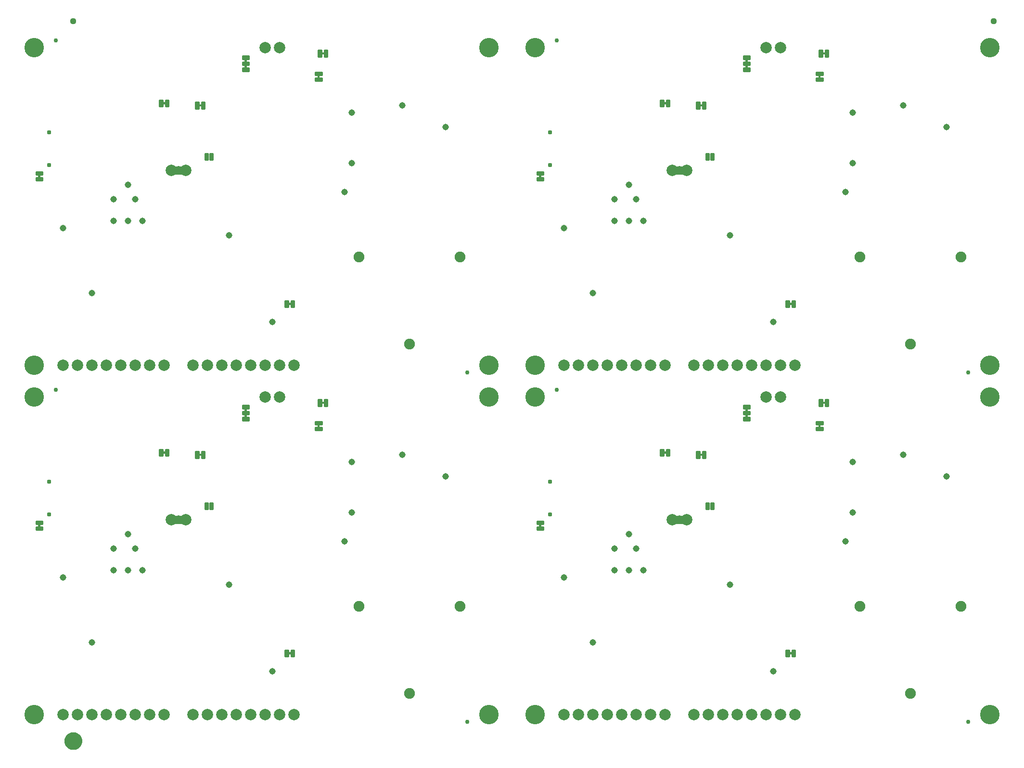
<source format=gbs>
G04 EAGLE Gerber RS-274X export*
G75*
%MOMM*%
%FSLAX34Y34*%
%LPD*%
%INSoldermask Bottom*%
%IPPOS*%
%AMOC8*
5,1,8,0,0,1.08239X$1,22.5*%
G01*
%ADD10C,0.228344*%
%ADD11C,0.762000*%
%ADD12C,3.429000*%
%ADD13C,0.777000*%
%ADD14C,2.006600*%
%ADD15C,1.143000*%
%ADD16C,1.905000*%
%ADD17C,0.228600*%
%ADD18C,1.127000*%
%ADD19C,1.270000*%
%ADD20C,1.627000*%

G36*
X1162750Y975753D02*
X1162750Y975753D01*
X1162816Y975755D01*
X1162859Y975773D01*
X1162906Y975781D01*
X1162963Y975815D01*
X1163023Y975840D01*
X1163058Y975871D01*
X1163099Y975896D01*
X1163141Y975947D01*
X1163189Y975991D01*
X1163211Y976033D01*
X1163240Y976070D01*
X1163261Y976132D01*
X1163292Y976191D01*
X1163300Y976245D01*
X1163312Y976282D01*
X1163311Y976322D01*
X1163319Y976376D01*
X1163319Y989584D01*
X1163308Y989649D01*
X1163306Y989715D01*
X1163288Y989758D01*
X1163280Y989805D01*
X1163246Y989862D01*
X1163221Y989922D01*
X1163190Y989957D01*
X1163165Y989998D01*
X1163114Y990040D01*
X1163070Y990088D01*
X1163028Y990110D01*
X1162991Y990139D01*
X1162929Y990160D01*
X1162870Y990191D01*
X1162816Y990199D01*
X1162779Y990211D01*
X1162739Y990210D01*
X1162685Y990218D01*
X1158875Y990218D01*
X1158810Y990207D01*
X1158744Y990205D01*
X1158701Y990187D01*
X1158654Y990179D01*
X1158597Y990145D01*
X1158537Y990120D01*
X1158502Y990089D01*
X1158461Y990064D01*
X1158420Y990013D01*
X1158371Y989969D01*
X1158349Y989927D01*
X1158320Y989890D01*
X1158299Y989828D01*
X1158268Y989769D01*
X1158260Y989715D01*
X1158248Y989678D01*
X1158249Y989638D01*
X1158241Y989584D01*
X1158241Y976376D01*
X1158252Y976311D01*
X1158254Y976245D01*
X1158272Y976202D01*
X1158280Y976155D01*
X1158314Y976098D01*
X1158339Y976038D01*
X1158370Y976003D01*
X1158395Y975962D01*
X1158446Y975921D01*
X1158490Y975872D01*
X1158532Y975850D01*
X1158569Y975821D01*
X1158631Y975800D01*
X1158690Y975769D01*
X1158744Y975761D01*
X1158781Y975749D01*
X1158821Y975750D01*
X1158875Y975742D01*
X1162685Y975742D01*
X1162750Y975753D01*
G37*
G36*
X281370Y975753D02*
X281370Y975753D01*
X281436Y975755D01*
X281479Y975773D01*
X281526Y975781D01*
X281583Y975815D01*
X281643Y975840D01*
X281678Y975871D01*
X281719Y975896D01*
X281761Y975947D01*
X281809Y975991D01*
X281831Y976033D01*
X281860Y976070D01*
X281881Y976132D01*
X281912Y976191D01*
X281920Y976245D01*
X281932Y976282D01*
X281931Y976322D01*
X281939Y976376D01*
X281939Y989584D01*
X281928Y989649D01*
X281926Y989715D01*
X281908Y989758D01*
X281900Y989805D01*
X281866Y989862D01*
X281841Y989922D01*
X281810Y989957D01*
X281785Y989998D01*
X281734Y990040D01*
X281690Y990088D01*
X281648Y990110D01*
X281611Y990139D01*
X281549Y990160D01*
X281490Y990191D01*
X281436Y990199D01*
X281399Y990211D01*
X281359Y990210D01*
X281305Y990218D01*
X277495Y990218D01*
X277430Y990207D01*
X277364Y990205D01*
X277321Y990187D01*
X277274Y990179D01*
X277217Y990145D01*
X277157Y990120D01*
X277122Y990089D01*
X277081Y990064D01*
X277040Y990013D01*
X276991Y989969D01*
X276969Y989927D01*
X276940Y989890D01*
X276919Y989828D01*
X276888Y989769D01*
X276880Y989715D01*
X276868Y989678D01*
X276869Y989638D01*
X276861Y989584D01*
X276861Y976376D01*
X276872Y976311D01*
X276874Y976245D01*
X276892Y976202D01*
X276900Y976155D01*
X276934Y976098D01*
X276959Y976038D01*
X276990Y976003D01*
X277015Y975962D01*
X277066Y975921D01*
X277110Y975872D01*
X277152Y975850D01*
X277189Y975821D01*
X277251Y975800D01*
X277310Y975769D01*
X277364Y975761D01*
X277401Y975749D01*
X277441Y975750D01*
X277495Y975742D01*
X281305Y975742D01*
X281370Y975753D01*
G37*
G36*
X1162750Y361073D02*
X1162750Y361073D01*
X1162816Y361075D01*
X1162859Y361093D01*
X1162906Y361101D01*
X1162963Y361135D01*
X1163023Y361160D01*
X1163058Y361191D01*
X1163099Y361216D01*
X1163141Y361267D01*
X1163189Y361311D01*
X1163211Y361353D01*
X1163240Y361390D01*
X1163261Y361452D01*
X1163292Y361511D01*
X1163300Y361565D01*
X1163312Y361602D01*
X1163311Y361642D01*
X1163319Y361696D01*
X1163319Y374904D01*
X1163308Y374969D01*
X1163306Y375035D01*
X1163288Y375078D01*
X1163280Y375125D01*
X1163246Y375182D01*
X1163221Y375242D01*
X1163190Y375277D01*
X1163165Y375318D01*
X1163114Y375360D01*
X1163070Y375408D01*
X1163028Y375430D01*
X1162991Y375459D01*
X1162929Y375480D01*
X1162870Y375511D01*
X1162816Y375519D01*
X1162779Y375531D01*
X1162739Y375530D01*
X1162685Y375538D01*
X1158875Y375538D01*
X1158810Y375527D01*
X1158744Y375525D01*
X1158701Y375507D01*
X1158654Y375499D01*
X1158597Y375465D01*
X1158537Y375440D01*
X1158502Y375409D01*
X1158461Y375384D01*
X1158420Y375333D01*
X1158371Y375289D01*
X1158349Y375247D01*
X1158320Y375210D01*
X1158299Y375148D01*
X1158268Y375089D01*
X1158260Y375035D01*
X1158248Y374998D01*
X1158249Y374958D01*
X1158241Y374904D01*
X1158241Y361696D01*
X1158252Y361631D01*
X1158254Y361565D01*
X1158272Y361522D01*
X1158280Y361475D01*
X1158314Y361418D01*
X1158339Y361358D01*
X1158370Y361323D01*
X1158395Y361282D01*
X1158446Y361241D01*
X1158490Y361192D01*
X1158532Y361170D01*
X1158569Y361141D01*
X1158631Y361120D01*
X1158690Y361089D01*
X1158744Y361081D01*
X1158781Y361069D01*
X1158821Y361070D01*
X1158875Y361062D01*
X1162685Y361062D01*
X1162750Y361073D01*
G37*
G36*
X281370Y361073D02*
X281370Y361073D01*
X281436Y361075D01*
X281479Y361093D01*
X281526Y361101D01*
X281583Y361135D01*
X281643Y361160D01*
X281678Y361191D01*
X281719Y361216D01*
X281761Y361267D01*
X281809Y361311D01*
X281831Y361353D01*
X281860Y361390D01*
X281881Y361452D01*
X281912Y361511D01*
X281920Y361565D01*
X281932Y361602D01*
X281931Y361642D01*
X281939Y361696D01*
X281939Y374904D01*
X281928Y374969D01*
X281926Y375035D01*
X281908Y375078D01*
X281900Y375125D01*
X281866Y375182D01*
X281841Y375242D01*
X281810Y375277D01*
X281785Y375318D01*
X281734Y375360D01*
X281690Y375408D01*
X281648Y375430D01*
X281611Y375459D01*
X281549Y375480D01*
X281490Y375511D01*
X281436Y375519D01*
X281399Y375531D01*
X281359Y375530D01*
X281305Y375538D01*
X277495Y375538D01*
X277430Y375527D01*
X277364Y375525D01*
X277321Y375507D01*
X277274Y375499D01*
X277217Y375465D01*
X277157Y375440D01*
X277122Y375409D01*
X277081Y375384D01*
X277040Y375333D01*
X276991Y375289D01*
X276969Y375247D01*
X276940Y375210D01*
X276919Y375148D01*
X276888Y375089D01*
X276880Y375035D01*
X276868Y374998D01*
X276869Y374958D01*
X276861Y374904D01*
X276861Y361696D01*
X276872Y361631D01*
X276874Y361565D01*
X276892Y361522D01*
X276900Y361475D01*
X276934Y361418D01*
X276959Y361358D01*
X276990Y361323D01*
X277015Y361282D01*
X277066Y361241D01*
X277110Y361192D01*
X277152Y361170D01*
X277189Y361141D01*
X277251Y361120D01*
X277310Y361089D01*
X277364Y361081D01*
X277401Y361069D01*
X277441Y361070D01*
X277495Y361062D01*
X281305Y361062D01*
X281370Y361073D01*
G37*
G36*
X35625Y970292D02*
X35625Y970292D01*
X35691Y970294D01*
X35734Y970312D01*
X35781Y970320D01*
X35838Y970354D01*
X35898Y970379D01*
X35933Y970410D01*
X35974Y970435D01*
X36016Y970486D01*
X36064Y970530D01*
X36086Y970572D01*
X36115Y970609D01*
X36136Y970671D01*
X36167Y970730D01*
X36175Y970784D01*
X36187Y970821D01*
X36186Y970861D01*
X36194Y970915D01*
X36194Y974725D01*
X36183Y974790D01*
X36181Y974856D01*
X36163Y974899D01*
X36155Y974946D01*
X36121Y975003D01*
X36096Y975063D01*
X36065Y975098D01*
X36040Y975139D01*
X35989Y975181D01*
X35945Y975229D01*
X35903Y975251D01*
X35866Y975280D01*
X35804Y975301D01*
X35745Y975332D01*
X35691Y975340D01*
X35654Y975352D01*
X35614Y975351D01*
X35560Y975359D01*
X33020Y975359D01*
X32955Y975348D01*
X32889Y975346D01*
X32846Y975328D01*
X32799Y975320D01*
X32742Y975286D01*
X32682Y975261D01*
X32647Y975230D01*
X32606Y975205D01*
X32565Y975154D01*
X32516Y975110D01*
X32494Y975068D01*
X32465Y975031D01*
X32444Y974969D01*
X32413Y974910D01*
X32405Y974856D01*
X32393Y974819D01*
X32393Y974815D01*
X32393Y974814D01*
X32394Y974779D01*
X32386Y974725D01*
X32386Y970915D01*
X32397Y970850D01*
X32399Y970784D01*
X32417Y970741D01*
X32425Y970694D01*
X32459Y970637D01*
X32484Y970577D01*
X32515Y970542D01*
X32540Y970501D01*
X32591Y970460D01*
X32635Y970411D01*
X32677Y970389D01*
X32714Y970360D01*
X32776Y970339D01*
X32835Y970308D01*
X32889Y970300D01*
X32926Y970288D01*
X32966Y970289D01*
X33020Y970281D01*
X35560Y970281D01*
X35625Y970292D01*
G37*
G36*
X917005Y970292D02*
X917005Y970292D01*
X917071Y970294D01*
X917114Y970312D01*
X917161Y970320D01*
X917218Y970354D01*
X917278Y970379D01*
X917313Y970410D01*
X917354Y970435D01*
X917396Y970486D01*
X917444Y970530D01*
X917466Y970572D01*
X917495Y970609D01*
X917516Y970671D01*
X917547Y970730D01*
X917555Y970784D01*
X917567Y970821D01*
X917566Y970861D01*
X917574Y970915D01*
X917574Y974725D01*
X917563Y974790D01*
X917561Y974856D01*
X917543Y974899D01*
X917535Y974946D01*
X917501Y975003D01*
X917476Y975063D01*
X917445Y975098D01*
X917420Y975139D01*
X917369Y975181D01*
X917325Y975229D01*
X917283Y975251D01*
X917246Y975280D01*
X917184Y975301D01*
X917125Y975332D01*
X917071Y975340D01*
X917034Y975352D01*
X916994Y975351D01*
X916940Y975359D01*
X914400Y975359D01*
X914335Y975348D01*
X914269Y975346D01*
X914226Y975328D01*
X914179Y975320D01*
X914122Y975286D01*
X914062Y975261D01*
X914027Y975230D01*
X913986Y975205D01*
X913945Y975154D01*
X913896Y975110D01*
X913874Y975068D01*
X913845Y975031D01*
X913824Y974969D01*
X913793Y974910D01*
X913785Y974856D01*
X913773Y974819D01*
X913773Y974815D01*
X913773Y974814D01*
X913774Y974779D01*
X913766Y974725D01*
X913766Y970915D01*
X913777Y970850D01*
X913779Y970784D01*
X913797Y970741D01*
X913805Y970694D01*
X913839Y970637D01*
X913864Y970577D01*
X913895Y970542D01*
X913920Y970501D01*
X913971Y970460D01*
X914015Y970411D01*
X914057Y970389D01*
X914094Y970360D01*
X914156Y970339D01*
X914215Y970308D01*
X914269Y970300D01*
X914306Y970288D01*
X914346Y970289D01*
X914400Y970281D01*
X916940Y970281D01*
X917005Y970292D01*
G37*
G36*
X1280225Y1173492D02*
X1280225Y1173492D01*
X1280291Y1173494D01*
X1280334Y1173512D01*
X1280381Y1173520D01*
X1280438Y1173554D01*
X1280498Y1173579D01*
X1280533Y1173610D01*
X1280574Y1173635D01*
X1280616Y1173686D01*
X1280664Y1173730D01*
X1280686Y1173772D01*
X1280715Y1173809D01*
X1280736Y1173871D01*
X1280767Y1173930D01*
X1280775Y1173984D01*
X1280787Y1174021D01*
X1280786Y1174061D01*
X1280794Y1174115D01*
X1280794Y1177925D01*
X1280783Y1177990D01*
X1280781Y1178056D01*
X1280763Y1178099D01*
X1280755Y1178146D01*
X1280721Y1178203D01*
X1280696Y1178263D01*
X1280665Y1178298D01*
X1280640Y1178339D01*
X1280589Y1178381D01*
X1280545Y1178429D01*
X1280503Y1178451D01*
X1280466Y1178480D01*
X1280404Y1178501D01*
X1280345Y1178532D01*
X1280291Y1178540D01*
X1280254Y1178552D01*
X1280214Y1178551D01*
X1280160Y1178559D01*
X1277620Y1178559D01*
X1277555Y1178548D01*
X1277489Y1178546D01*
X1277446Y1178528D01*
X1277399Y1178520D01*
X1277342Y1178486D01*
X1277282Y1178461D01*
X1277247Y1178430D01*
X1277206Y1178405D01*
X1277165Y1178354D01*
X1277116Y1178310D01*
X1277094Y1178268D01*
X1277065Y1178231D01*
X1277044Y1178169D01*
X1277013Y1178110D01*
X1277005Y1178056D01*
X1276993Y1178019D01*
X1276993Y1178015D01*
X1276993Y1178014D01*
X1276994Y1177979D01*
X1276986Y1177925D01*
X1276986Y1174115D01*
X1276997Y1174050D01*
X1276999Y1173984D01*
X1277017Y1173941D01*
X1277025Y1173894D01*
X1277059Y1173837D01*
X1277084Y1173777D01*
X1277115Y1173742D01*
X1277140Y1173701D01*
X1277191Y1173660D01*
X1277235Y1173611D01*
X1277277Y1173589D01*
X1277314Y1173560D01*
X1277376Y1173539D01*
X1277435Y1173508D01*
X1277489Y1173500D01*
X1277526Y1173488D01*
X1277566Y1173489D01*
X1277620Y1173481D01*
X1280160Y1173481D01*
X1280225Y1173492D01*
G37*
G36*
X398845Y1173492D02*
X398845Y1173492D01*
X398911Y1173494D01*
X398954Y1173512D01*
X399001Y1173520D01*
X399058Y1173554D01*
X399118Y1173579D01*
X399153Y1173610D01*
X399194Y1173635D01*
X399236Y1173686D01*
X399284Y1173730D01*
X399306Y1173772D01*
X399335Y1173809D01*
X399356Y1173871D01*
X399387Y1173930D01*
X399395Y1173984D01*
X399407Y1174021D01*
X399406Y1174061D01*
X399414Y1174115D01*
X399414Y1177925D01*
X399403Y1177990D01*
X399401Y1178056D01*
X399383Y1178099D01*
X399375Y1178146D01*
X399341Y1178203D01*
X399316Y1178263D01*
X399285Y1178298D01*
X399260Y1178339D01*
X399209Y1178381D01*
X399165Y1178429D01*
X399123Y1178451D01*
X399086Y1178480D01*
X399024Y1178501D01*
X398965Y1178532D01*
X398911Y1178540D01*
X398874Y1178552D01*
X398834Y1178551D01*
X398780Y1178559D01*
X396240Y1178559D01*
X396175Y1178548D01*
X396109Y1178546D01*
X396066Y1178528D01*
X396019Y1178520D01*
X395962Y1178486D01*
X395902Y1178461D01*
X395867Y1178430D01*
X395826Y1178405D01*
X395785Y1178354D01*
X395736Y1178310D01*
X395714Y1178268D01*
X395685Y1178231D01*
X395664Y1178169D01*
X395633Y1178110D01*
X395625Y1178056D01*
X395613Y1178019D01*
X395613Y1178015D01*
X395613Y1178014D01*
X395614Y1177979D01*
X395606Y1177925D01*
X395606Y1174115D01*
X395617Y1174050D01*
X395619Y1173984D01*
X395637Y1173941D01*
X395645Y1173894D01*
X395679Y1173837D01*
X395704Y1173777D01*
X395735Y1173742D01*
X395760Y1173701D01*
X395811Y1173660D01*
X395855Y1173611D01*
X395897Y1173589D01*
X395934Y1173560D01*
X395996Y1173539D01*
X396055Y1173508D01*
X396109Y1173500D01*
X396146Y1173488D01*
X396186Y1173489D01*
X396240Y1173481D01*
X398780Y1173481D01*
X398845Y1173492D01*
G37*
G36*
X1280225Y1163332D02*
X1280225Y1163332D01*
X1280291Y1163334D01*
X1280334Y1163352D01*
X1280381Y1163360D01*
X1280438Y1163394D01*
X1280498Y1163419D01*
X1280533Y1163450D01*
X1280574Y1163475D01*
X1280616Y1163526D01*
X1280664Y1163570D01*
X1280686Y1163612D01*
X1280715Y1163649D01*
X1280736Y1163711D01*
X1280767Y1163770D01*
X1280775Y1163824D01*
X1280787Y1163861D01*
X1280786Y1163901D01*
X1280794Y1163955D01*
X1280794Y1167765D01*
X1280783Y1167830D01*
X1280781Y1167896D01*
X1280763Y1167939D01*
X1280755Y1167986D01*
X1280721Y1168043D01*
X1280696Y1168103D01*
X1280665Y1168138D01*
X1280640Y1168179D01*
X1280589Y1168221D01*
X1280545Y1168269D01*
X1280503Y1168291D01*
X1280466Y1168320D01*
X1280404Y1168341D01*
X1280345Y1168372D01*
X1280291Y1168380D01*
X1280254Y1168392D01*
X1280214Y1168391D01*
X1280160Y1168399D01*
X1277620Y1168399D01*
X1277555Y1168388D01*
X1277489Y1168386D01*
X1277446Y1168368D01*
X1277399Y1168360D01*
X1277342Y1168326D01*
X1277282Y1168301D01*
X1277247Y1168270D01*
X1277206Y1168245D01*
X1277165Y1168194D01*
X1277116Y1168150D01*
X1277094Y1168108D01*
X1277065Y1168071D01*
X1277044Y1168009D01*
X1277013Y1167950D01*
X1277005Y1167896D01*
X1276993Y1167859D01*
X1276993Y1167855D01*
X1276993Y1167854D01*
X1276994Y1167819D01*
X1276986Y1167765D01*
X1276986Y1163955D01*
X1276997Y1163890D01*
X1276999Y1163824D01*
X1277017Y1163781D01*
X1277025Y1163734D01*
X1277059Y1163677D01*
X1277084Y1163617D01*
X1277115Y1163582D01*
X1277140Y1163541D01*
X1277191Y1163500D01*
X1277235Y1163451D01*
X1277277Y1163429D01*
X1277314Y1163400D01*
X1277376Y1163379D01*
X1277435Y1163348D01*
X1277489Y1163340D01*
X1277526Y1163328D01*
X1277566Y1163329D01*
X1277620Y1163321D01*
X1280160Y1163321D01*
X1280225Y1163332D01*
G37*
G36*
X398845Y1163332D02*
X398845Y1163332D01*
X398911Y1163334D01*
X398954Y1163352D01*
X399001Y1163360D01*
X399058Y1163394D01*
X399118Y1163419D01*
X399153Y1163450D01*
X399194Y1163475D01*
X399236Y1163526D01*
X399284Y1163570D01*
X399306Y1163612D01*
X399335Y1163649D01*
X399356Y1163711D01*
X399387Y1163770D01*
X399395Y1163824D01*
X399407Y1163861D01*
X399406Y1163901D01*
X399414Y1163955D01*
X399414Y1167765D01*
X399403Y1167830D01*
X399401Y1167896D01*
X399383Y1167939D01*
X399375Y1167986D01*
X399341Y1168043D01*
X399316Y1168103D01*
X399285Y1168138D01*
X399260Y1168179D01*
X399209Y1168221D01*
X399165Y1168269D01*
X399123Y1168291D01*
X399086Y1168320D01*
X399024Y1168341D01*
X398965Y1168372D01*
X398911Y1168380D01*
X398874Y1168392D01*
X398834Y1168391D01*
X398780Y1168399D01*
X396240Y1168399D01*
X396175Y1168388D01*
X396109Y1168386D01*
X396066Y1168368D01*
X396019Y1168360D01*
X395962Y1168326D01*
X395902Y1168301D01*
X395867Y1168270D01*
X395826Y1168245D01*
X395785Y1168194D01*
X395736Y1168150D01*
X395714Y1168108D01*
X395685Y1168071D01*
X395664Y1168009D01*
X395633Y1167950D01*
X395625Y1167896D01*
X395613Y1167859D01*
X395613Y1167855D01*
X395613Y1167854D01*
X395614Y1167819D01*
X395606Y1167765D01*
X395606Y1163955D01*
X395617Y1163890D01*
X395619Y1163824D01*
X395637Y1163781D01*
X395645Y1163734D01*
X395679Y1163677D01*
X395704Y1163617D01*
X395735Y1163582D01*
X395760Y1163541D01*
X395811Y1163500D01*
X395855Y1163451D01*
X395897Y1163429D01*
X395934Y1163400D01*
X395996Y1163379D01*
X396055Y1163348D01*
X396109Y1163340D01*
X396146Y1163328D01*
X396186Y1163329D01*
X396240Y1163321D01*
X398780Y1163321D01*
X398845Y1163332D01*
G37*
G36*
X1408495Y1145552D02*
X1408495Y1145552D01*
X1408561Y1145554D01*
X1408604Y1145572D01*
X1408651Y1145580D01*
X1408708Y1145614D01*
X1408768Y1145639D01*
X1408803Y1145670D01*
X1408844Y1145695D01*
X1408886Y1145746D01*
X1408934Y1145790D01*
X1408956Y1145832D01*
X1408985Y1145869D01*
X1409006Y1145931D01*
X1409037Y1145990D01*
X1409045Y1146044D01*
X1409057Y1146081D01*
X1409056Y1146121D01*
X1409064Y1146175D01*
X1409064Y1149985D01*
X1409053Y1150050D01*
X1409051Y1150116D01*
X1409033Y1150159D01*
X1409025Y1150206D01*
X1408991Y1150263D01*
X1408966Y1150323D01*
X1408935Y1150358D01*
X1408910Y1150399D01*
X1408859Y1150441D01*
X1408815Y1150489D01*
X1408773Y1150511D01*
X1408736Y1150540D01*
X1408674Y1150561D01*
X1408615Y1150592D01*
X1408561Y1150600D01*
X1408524Y1150612D01*
X1408484Y1150611D01*
X1408430Y1150619D01*
X1405890Y1150619D01*
X1405825Y1150608D01*
X1405759Y1150606D01*
X1405716Y1150588D01*
X1405669Y1150580D01*
X1405612Y1150546D01*
X1405552Y1150521D01*
X1405517Y1150490D01*
X1405476Y1150465D01*
X1405435Y1150414D01*
X1405386Y1150370D01*
X1405364Y1150328D01*
X1405335Y1150291D01*
X1405314Y1150229D01*
X1405283Y1150170D01*
X1405275Y1150116D01*
X1405263Y1150079D01*
X1405263Y1150075D01*
X1405263Y1150074D01*
X1405264Y1150039D01*
X1405256Y1149985D01*
X1405256Y1146175D01*
X1405267Y1146110D01*
X1405269Y1146044D01*
X1405287Y1146001D01*
X1405295Y1145954D01*
X1405329Y1145897D01*
X1405354Y1145837D01*
X1405385Y1145802D01*
X1405410Y1145761D01*
X1405461Y1145720D01*
X1405505Y1145671D01*
X1405547Y1145649D01*
X1405584Y1145620D01*
X1405646Y1145599D01*
X1405705Y1145568D01*
X1405759Y1145560D01*
X1405796Y1145548D01*
X1405836Y1145549D01*
X1405890Y1145541D01*
X1408430Y1145541D01*
X1408495Y1145552D01*
G37*
G36*
X527115Y1145552D02*
X527115Y1145552D01*
X527181Y1145554D01*
X527224Y1145572D01*
X527271Y1145580D01*
X527328Y1145614D01*
X527388Y1145639D01*
X527423Y1145670D01*
X527464Y1145695D01*
X527506Y1145746D01*
X527554Y1145790D01*
X527576Y1145832D01*
X527605Y1145869D01*
X527626Y1145931D01*
X527657Y1145990D01*
X527665Y1146044D01*
X527677Y1146081D01*
X527676Y1146121D01*
X527684Y1146175D01*
X527684Y1149985D01*
X527673Y1150050D01*
X527671Y1150116D01*
X527653Y1150159D01*
X527645Y1150206D01*
X527611Y1150263D01*
X527586Y1150323D01*
X527555Y1150358D01*
X527530Y1150399D01*
X527479Y1150441D01*
X527435Y1150489D01*
X527393Y1150511D01*
X527356Y1150540D01*
X527294Y1150561D01*
X527235Y1150592D01*
X527181Y1150600D01*
X527144Y1150612D01*
X527104Y1150611D01*
X527050Y1150619D01*
X524510Y1150619D01*
X524445Y1150608D01*
X524379Y1150606D01*
X524336Y1150588D01*
X524289Y1150580D01*
X524232Y1150546D01*
X524172Y1150521D01*
X524137Y1150490D01*
X524096Y1150465D01*
X524055Y1150414D01*
X524006Y1150370D01*
X523984Y1150328D01*
X523955Y1150291D01*
X523934Y1150229D01*
X523903Y1150170D01*
X523895Y1150116D01*
X523883Y1150079D01*
X523883Y1150075D01*
X523883Y1150074D01*
X523884Y1150039D01*
X523876Y1149985D01*
X523876Y1146175D01*
X523887Y1146110D01*
X523889Y1146044D01*
X523907Y1146001D01*
X523915Y1145954D01*
X523949Y1145897D01*
X523974Y1145837D01*
X524005Y1145802D01*
X524030Y1145761D01*
X524081Y1145720D01*
X524125Y1145671D01*
X524167Y1145649D01*
X524204Y1145620D01*
X524266Y1145599D01*
X524325Y1145568D01*
X524379Y1145560D01*
X524416Y1145548D01*
X524456Y1145549D01*
X524510Y1145541D01*
X527050Y1145541D01*
X527115Y1145552D01*
G37*
G36*
X1280225Y558812D02*
X1280225Y558812D01*
X1280291Y558814D01*
X1280334Y558832D01*
X1280381Y558840D01*
X1280438Y558874D01*
X1280498Y558899D01*
X1280533Y558930D01*
X1280574Y558955D01*
X1280616Y559006D01*
X1280664Y559050D01*
X1280686Y559092D01*
X1280715Y559129D01*
X1280736Y559191D01*
X1280767Y559250D01*
X1280775Y559304D01*
X1280787Y559341D01*
X1280786Y559381D01*
X1280794Y559435D01*
X1280794Y563245D01*
X1280783Y563310D01*
X1280781Y563376D01*
X1280763Y563419D01*
X1280755Y563466D01*
X1280721Y563523D01*
X1280696Y563583D01*
X1280665Y563618D01*
X1280640Y563659D01*
X1280589Y563701D01*
X1280545Y563749D01*
X1280503Y563771D01*
X1280466Y563800D01*
X1280404Y563821D01*
X1280345Y563852D01*
X1280291Y563860D01*
X1280254Y563872D01*
X1280214Y563871D01*
X1280160Y563879D01*
X1277620Y563879D01*
X1277555Y563868D01*
X1277489Y563866D01*
X1277446Y563848D01*
X1277399Y563840D01*
X1277342Y563806D01*
X1277282Y563781D01*
X1277247Y563750D01*
X1277206Y563725D01*
X1277165Y563674D01*
X1277116Y563630D01*
X1277094Y563588D01*
X1277065Y563551D01*
X1277044Y563489D01*
X1277013Y563430D01*
X1277005Y563376D01*
X1276993Y563339D01*
X1276993Y563335D01*
X1276993Y563334D01*
X1276994Y563299D01*
X1276986Y563245D01*
X1276986Y559435D01*
X1276997Y559370D01*
X1276999Y559304D01*
X1277017Y559261D01*
X1277025Y559214D01*
X1277059Y559157D01*
X1277084Y559097D01*
X1277115Y559062D01*
X1277140Y559021D01*
X1277191Y558980D01*
X1277235Y558931D01*
X1277277Y558909D01*
X1277314Y558880D01*
X1277376Y558859D01*
X1277435Y558828D01*
X1277489Y558820D01*
X1277526Y558808D01*
X1277566Y558809D01*
X1277620Y558801D01*
X1280160Y558801D01*
X1280225Y558812D01*
G37*
G36*
X398845Y558812D02*
X398845Y558812D01*
X398911Y558814D01*
X398954Y558832D01*
X399001Y558840D01*
X399058Y558874D01*
X399118Y558899D01*
X399153Y558930D01*
X399194Y558955D01*
X399236Y559006D01*
X399284Y559050D01*
X399306Y559092D01*
X399335Y559129D01*
X399356Y559191D01*
X399387Y559250D01*
X399395Y559304D01*
X399407Y559341D01*
X399406Y559381D01*
X399414Y559435D01*
X399414Y563245D01*
X399403Y563310D01*
X399401Y563376D01*
X399383Y563419D01*
X399375Y563466D01*
X399341Y563523D01*
X399316Y563583D01*
X399285Y563618D01*
X399260Y563659D01*
X399209Y563701D01*
X399165Y563749D01*
X399123Y563771D01*
X399086Y563800D01*
X399024Y563821D01*
X398965Y563852D01*
X398911Y563860D01*
X398874Y563872D01*
X398834Y563871D01*
X398780Y563879D01*
X396240Y563879D01*
X396175Y563868D01*
X396109Y563866D01*
X396066Y563848D01*
X396019Y563840D01*
X395962Y563806D01*
X395902Y563781D01*
X395867Y563750D01*
X395826Y563725D01*
X395785Y563674D01*
X395736Y563630D01*
X395714Y563588D01*
X395685Y563551D01*
X395664Y563489D01*
X395633Y563430D01*
X395625Y563376D01*
X395613Y563339D01*
X395613Y563335D01*
X395613Y563334D01*
X395614Y563299D01*
X395606Y563245D01*
X395606Y559435D01*
X395617Y559370D01*
X395619Y559304D01*
X395637Y559261D01*
X395645Y559214D01*
X395679Y559157D01*
X395704Y559097D01*
X395735Y559062D01*
X395760Y559021D01*
X395811Y558980D01*
X395855Y558931D01*
X395897Y558909D01*
X395934Y558880D01*
X395996Y558859D01*
X396055Y558828D01*
X396109Y558820D01*
X396146Y558808D01*
X396186Y558809D01*
X396240Y558801D01*
X398780Y558801D01*
X398845Y558812D01*
G37*
G36*
X1280225Y548652D02*
X1280225Y548652D01*
X1280291Y548654D01*
X1280334Y548672D01*
X1280381Y548680D01*
X1280438Y548714D01*
X1280498Y548739D01*
X1280533Y548770D01*
X1280574Y548795D01*
X1280616Y548846D01*
X1280664Y548890D01*
X1280686Y548932D01*
X1280715Y548969D01*
X1280736Y549031D01*
X1280767Y549090D01*
X1280775Y549144D01*
X1280787Y549181D01*
X1280786Y549221D01*
X1280794Y549275D01*
X1280794Y553085D01*
X1280783Y553150D01*
X1280781Y553216D01*
X1280763Y553259D01*
X1280755Y553306D01*
X1280721Y553363D01*
X1280696Y553423D01*
X1280665Y553458D01*
X1280640Y553499D01*
X1280589Y553541D01*
X1280545Y553589D01*
X1280503Y553611D01*
X1280466Y553640D01*
X1280404Y553661D01*
X1280345Y553692D01*
X1280291Y553700D01*
X1280254Y553712D01*
X1280214Y553711D01*
X1280160Y553719D01*
X1277620Y553719D01*
X1277555Y553708D01*
X1277489Y553706D01*
X1277446Y553688D01*
X1277399Y553680D01*
X1277342Y553646D01*
X1277282Y553621D01*
X1277247Y553590D01*
X1277206Y553565D01*
X1277165Y553514D01*
X1277116Y553470D01*
X1277094Y553428D01*
X1277065Y553391D01*
X1277044Y553329D01*
X1277013Y553270D01*
X1277005Y553216D01*
X1276993Y553179D01*
X1276993Y553175D01*
X1276993Y553174D01*
X1276994Y553139D01*
X1276986Y553085D01*
X1276986Y549275D01*
X1276997Y549210D01*
X1276999Y549144D01*
X1277017Y549101D01*
X1277025Y549054D01*
X1277059Y548997D01*
X1277084Y548937D01*
X1277115Y548902D01*
X1277140Y548861D01*
X1277191Y548820D01*
X1277235Y548771D01*
X1277277Y548749D01*
X1277314Y548720D01*
X1277376Y548699D01*
X1277435Y548668D01*
X1277489Y548660D01*
X1277526Y548648D01*
X1277566Y548649D01*
X1277620Y548641D01*
X1280160Y548641D01*
X1280225Y548652D01*
G37*
G36*
X398845Y548652D02*
X398845Y548652D01*
X398911Y548654D01*
X398954Y548672D01*
X399001Y548680D01*
X399058Y548714D01*
X399118Y548739D01*
X399153Y548770D01*
X399194Y548795D01*
X399236Y548846D01*
X399284Y548890D01*
X399306Y548932D01*
X399335Y548969D01*
X399356Y549031D01*
X399387Y549090D01*
X399395Y549144D01*
X399407Y549181D01*
X399406Y549221D01*
X399414Y549275D01*
X399414Y553085D01*
X399403Y553150D01*
X399401Y553216D01*
X399383Y553259D01*
X399375Y553306D01*
X399341Y553363D01*
X399316Y553423D01*
X399285Y553458D01*
X399260Y553499D01*
X399209Y553541D01*
X399165Y553589D01*
X399123Y553611D01*
X399086Y553640D01*
X399024Y553661D01*
X398965Y553692D01*
X398911Y553700D01*
X398874Y553712D01*
X398834Y553711D01*
X398780Y553719D01*
X396240Y553719D01*
X396175Y553708D01*
X396109Y553706D01*
X396066Y553688D01*
X396019Y553680D01*
X395962Y553646D01*
X395902Y553621D01*
X395867Y553590D01*
X395826Y553565D01*
X395785Y553514D01*
X395736Y553470D01*
X395714Y553428D01*
X395685Y553391D01*
X395664Y553329D01*
X395633Y553270D01*
X395625Y553216D01*
X395613Y553179D01*
X395613Y553175D01*
X395613Y553174D01*
X395614Y553139D01*
X395606Y553085D01*
X395606Y549275D01*
X395617Y549210D01*
X395619Y549144D01*
X395637Y549101D01*
X395645Y549054D01*
X395679Y548997D01*
X395704Y548937D01*
X395735Y548902D01*
X395760Y548861D01*
X395811Y548820D01*
X395855Y548771D01*
X395897Y548749D01*
X395934Y548720D01*
X395996Y548699D01*
X396055Y548668D01*
X396109Y548660D01*
X396146Y548648D01*
X396186Y548649D01*
X396240Y548641D01*
X398780Y548641D01*
X398845Y548652D01*
G37*
G36*
X1408495Y530872D02*
X1408495Y530872D01*
X1408561Y530874D01*
X1408604Y530892D01*
X1408651Y530900D01*
X1408708Y530934D01*
X1408768Y530959D01*
X1408803Y530990D01*
X1408844Y531015D01*
X1408886Y531066D01*
X1408934Y531110D01*
X1408956Y531152D01*
X1408985Y531189D01*
X1409006Y531251D01*
X1409037Y531310D01*
X1409045Y531364D01*
X1409057Y531401D01*
X1409056Y531441D01*
X1409064Y531495D01*
X1409064Y535305D01*
X1409053Y535370D01*
X1409051Y535436D01*
X1409033Y535479D01*
X1409025Y535526D01*
X1408991Y535583D01*
X1408966Y535643D01*
X1408935Y535678D01*
X1408910Y535719D01*
X1408859Y535761D01*
X1408815Y535809D01*
X1408773Y535831D01*
X1408736Y535860D01*
X1408674Y535881D01*
X1408615Y535912D01*
X1408561Y535920D01*
X1408524Y535932D01*
X1408484Y535931D01*
X1408430Y535939D01*
X1405890Y535939D01*
X1405825Y535928D01*
X1405759Y535926D01*
X1405716Y535908D01*
X1405669Y535900D01*
X1405612Y535866D01*
X1405552Y535841D01*
X1405517Y535810D01*
X1405476Y535785D01*
X1405435Y535734D01*
X1405386Y535690D01*
X1405364Y535648D01*
X1405335Y535611D01*
X1405314Y535549D01*
X1405283Y535490D01*
X1405275Y535436D01*
X1405263Y535399D01*
X1405263Y535395D01*
X1405263Y535394D01*
X1405264Y535359D01*
X1405256Y535305D01*
X1405256Y531495D01*
X1405267Y531430D01*
X1405269Y531364D01*
X1405287Y531321D01*
X1405295Y531274D01*
X1405329Y531217D01*
X1405354Y531157D01*
X1405385Y531122D01*
X1405410Y531081D01*
X1405461Y531040D01*
X1405505Y530991D01*
X1405547Y530969D01*
X1405584Y530940D01*
X1405646Y530919D01*
X1405705Y530888D01*
X1405759Y530880D01*
X1405796Y530868D01*
X1405836Y530869D01*
X1405890Y530861D01*
X1408430Y530861D01*
X1408495Y530872D01*
G37*
G36*
X527115Y530872D02*
X527115Y530872D01*
X527181Y530874D01*
X527224Y530892D01*
X527271Y530900D01*
X527328Y530934D01*
X527388Y530959D01*
X527423Y530990D01*
X527464Y531015D01*
X527506Y531066D01*
X527554Y531110D01*
X527576Y531152D01*
X527605Y531189D01*
X527626Y531251D01*
X527657Y531310D01*
X527665Y531364D01*
X527677Y531401D01*
X527676Y531441D01*
X527684Y531495D01*
X527684Y535305D01*
X527673Y535370D01*
X527671Y535436D01*
X527653Y535479D01*
X527645Y535526D01*
X527611Y535583D01*
X527586Y535643D01*
X527555Y535678D01*
X527530Y535719D01*
X527479Y535761D01*
X527435Y535809D01*
X527393Y535831D01*
X527356Y535860D01*
X527294Y535881D01*
X527235Y535912D01*
X527181Y535920D01*
X527144Y535932D01*
X527104Y535931D01*
X527050Y535939D01*
X524510Y535939D01*
X524445Y535928D01*
X524379Y535926D01*
X524336Y535908D01*
X524289Y535900D01*
X524232Y535866D01*
X524172Y535841D01*
X524137Y535810D01*
X524096Y535785D01*
X524055Y535734D01*
X524006Y535690D01*
X523984Y535648D01*
X523955Y535611D01*
X523934Y535549D01*
X523903Y535490D01*
X523895Y535436D01*
X523883Y535399D01*
X523883Y535395D01*
X523883Y535394D01*
X523884Y535359D01*
X523876Y535305D01*
X523876Y531495D01*
X523887Y531430D01*
X523889Y531364D01*
X523907Y531321D01*
X523915Y531274D01*
X523949Y531217D01*
X523974Y531157D01*
X524005Y531122D01*
X524030Y531081D01*
X524081Y531040D01*
X524125Y530991D01*
X524167Y530969D01*
X524204Y530940D01*
X524266Y530919D01*
X524325Y530888D01*
X524379Y530880D01*
X524416Y530868D01*
X524456Y530869D01*
X524510Y530861D01*
X527050Y530861D01*
X527115Y530872D01*
G37*
G36*
X917005Y355612D02*
X917005Y355612D01*
X917071Y355614D01*
X917114Y355632D01*
X917161Y355640D01*
X917218Y355674D01*
X917278Y355699D01*
X917313Y355730D01*
X917354Y355755D01*
X917396Y355806D01*
X917444Y355850D01*
X917466Y355892D01*
X917495Y355929D01*
X917516Y355991D01*
X917547Y356050D01*
X917555Y356104D01*
X917567Y356141D01*
X917566Y356181D01*
X917574Y356235D01*
X917574Y360045D01*
X917563Y360110D01*
X917561Y360176D01*
X917543Y360219D01*
X917535Y360266D01*
X917501Y360323D01*
X917476Y360383D01*
X917445Y360418D01*
X917420Y360459D01*
X917369Y360501D01*
X917325Y360549D01*
X917283Y360571D01*
X917246Y360600D01*
X917184Y360621D01*
X917125Y360652D01*
X917071Y360660D01*
X917034Y360672D01*
X916994Y360671D01*
X916940Y360679D01*
X914400Y360679D01*
X914335Y360668D01*
X914269Y360666D01*
X914226Y360648D01*
X914179Y360640D01*
X914122Y360606D01*
X914062Y360581D01*
X914027Y360550D01*
X913986Y360525D01*
X913945Y360474D01*
X913896Y360430D01*
X913874Y360388D01*
X913845Y360351D01*
X913824Y360289D01*
X913793Y360230D01*
X913785Y360176D01*
X913773Y360139D01*
X913773Y360135D01*
X913773Y360134D01*
X913774Y360099D01*
X913766Y360045D01*
X913766Y356235D01*
X913777Y356170D01*
X913779Y356104D01*
X913797Y356061D01*
X913805Y356014D01*
X913839Y355957D01*
X913864Y355897D01*
X913895Y355862D01*
X913920Y355821D01*
X913971Y355780D01*
X914015Y355731D01*
X914057Y355709D01*
X914094Y355680D01*
X914156Y355659D01*
X914215Y355628D01*
X914269Y355620D01*
X914306Y355608D01*
X914346Y355609D01*
X914400Y355601D01*
X916940Y355601D01*
X917005Y355612D01*
G37*
G36*
X35625Y355612D02*
X35625Y355612D01*
X35691Y355614D01*
X35734Y355632D01*
X35781Y355640D01*
X35838Y355674D01*
X35898Y355699D01*
X35933Y355730D01*
X35974Y355755D01*
X36016Y355806D01*
X36064Y355850D01*
X36086Y355892D01*
X36115Y355929D01*
X36136Y355991D01*
X36167Y356050D01*
X36175Y356104D01*
X36187Y356141D01*
X36186Y356181D01*
X36194Y356235D01*
X36194Y360045D01*
X36183Y360110D01*
X36181Y360176D01*
X36163Y360219D01*
X36155Y360266D01*
X36121Y360323D01*
X36096Y360383D01*
X36065Y360418D01*
X36040Y360459D01*
X35989Y360501D01*
X35945Y360549D01*
X35903Y360571D01*
X35866Y360600D01*
X35804Y360621D01*
X35745Y360652D01*
X35691Y360660D01*
X35654Y360672D01*
X35614Y360671D01*
X35560Y360679D01*
X33020Y360679D01*
X32955Y360668D01*
X32889Y360666D01*
X32846Y360648D01*
X32799Y360640D01*
X32742Y360606D01*
X32682Y360581D01*
X32647Y360550D01*
X32606Y360525D01*
X32565Y360474D01*
X32516Y360430D01*
X32494Y360388D01*
X32465Y360351D01*
X32444Y360289D01*
X32413Y360230D01*
X32405Y360176D01*
X32393Y360139D01*
X32393Y360135D01*
X32393Y360134D01*
X32394Y360099D01*
X32386Y360045D01*
X32386Y356235D01*
X32397Y356170D01*
X32399Y356104D01*
X32417Y356061D01*
X32425Y356014D01*
X32459Y355957D01*
X32484Y355897D01*
X32515Y355862D01*
X32540Y355821D01*
X32591Y355780D01*
X32635Y355731D01*
X32677Y355709D01*
X32714Y355680D01*
X32776Y355659D01*
X32835Y355628D01*
X32889Y355620D01*
X32926Y355608D01*
X32966Y355609D01*
X33020Y355601D01*
X35560Y355601D01*
X35625Y355612D01*
G37*
G36*
X1358330Y746137D02*
X1358330Y746137D01*
X1358396Y746139D01*
X1358439Y746157D01*
X1358486Y746165D01*
X1358543Y746199D01*
X1358603Y746224D01*
X1358638Y746255D01*
X1358679Y746280D01*
X1358721Y746331D01*
X1358769Y746375D01*
X1358791Y746417D01*
X1358820Y746454D01*
X1358841Y746516D01*
X1358872Y746575D01*
X1358880Y746629D01*
X1358892Y746666D01*
X1358891Y746706D01*
X1358899Y746760D01*
X1358899Y749300D01*
X1358888Y749365D01*
X1358886Y749431D01*
X1358868Y749474D01*
X1358860Y749521D01*
X1358826Y749578D01*
X1358801Y749638D01*
X1358770Y749673D01*
X1358745Y749714D01*
X1358694Y749756D01*
X1358650Y749804D01*
X1358608Y749826D01*
X1358571Y749855D01*
X1358509Y749876D01*
X1358450Y749907D01*
X1358396Y749915D01*
X1358359Y749927D01*
X1358319Y749926D01*
X1358265Y749934D01*
X1354455Y749934D01*
X1354390Y749923D01*
X1354324Y749921D01*
X1354281Y749903D01*
X1354234Y749895D01*
X1354177Y749861D01*
X1354117Y749836D01*
X1354082Y749805D01*
X1354041Y749780D01*
X1354000Y749729D01*
X1353951Y749685D01*
X1353929Y749643D01*
X1353900Y749606D01*
X1353879Y749544D01*
X1353848Y749485D01*
X1353840Y749431D01*
X1353828Y749394D01*
X1353828Y749391D01*
X1353829Y749354D01*
X1353821Y749300D01*
X1353821Y746760D01*
X1353832Y746695D01*
X1353834Y746629D01*
X1353852Y746586D01*
X1353860Y746539D01*
X1353894Y746482D01*
X1353919Y746422D01*
X1353950Y746387D01*
X1353975Y746346D01*
X1354026Y746305D01*
X1354070Y746256D01*
X1354112Y746234D01*
X1354149Y746205D01*
X1354211Y746184D01*
X1354270Y746153D01*
X1354324Y746145D01*
X1354361Y746133D01*
X1354401Y746134D01*
X1354455Y746126D01*
X1358265Y746126D01*
X1358330Y746137D01*
G37*
G36*
X476950Y746137D02*
X476950Y746137D01*
X477016Y746139D01*
X477059Y746157D01*
X477106Y746165D01*
X477163Y746199D01*
X477223Y746224D01*
X477258Y746255D01*
X477299Y746280D01*
X477341Y746331D01*
X477389Y746375D01*
X477411Y746417D01*
X477440Y746454D01*
X477461Y746516D01*
X477492Y746575D01*
X477500Y746629D01*
X477512Y746666D01*
X477511Y746706D01*
X477519Y746760D01*
X477519Y749300D01*
X477508Y749365D01*
X477506Y749431D01*
X477488Y749474D01*
X477480Y749521D01*
X477446Y749578D01*
X477421Y749638D01*
X477390Y749673D01*
X477365Y749714D01*
X477314Y749756D01*
X477270Y749804D01*
X477228Y749826D01*
X477191Y749855D01*
X477129Y749876D01*
X477070Y749907D01*
X477016Y749915D01*
X476979Y749927D01*
X476939Y749926D01*
X476885Y749934D01*
X473075Y749934D01*
X473010Y749923D01*
X472944Y749921D01*
X472901Y749903D01*
X472854Y749895D01*
X472797Y749861D01*
X472737Y749836D01*
X472702Y749805D01*
X472661Y749780D01*
X472620Y749729D01*
X472571Y749685D01*
X472549Y749643D01*
X472520Y749606D01*
X472499Y749544D01*
X472468Y749485D01*
X472460Y749431D01*
X472448Y749394D01*
X472448Y749391D01*
X472449Y749354D01*
X472441Y749300D01*
X472441Y746760D01*
X472452Y746695D01*
X472454Y746629D01*
X472472Y746586D01*
X472480Y746539D01*
X472514Y746482D01*
X472539Y746422D01*
X472570Y746387D01*
X472595Y746346D01*
X472646Y746305D01*
X472690Y746256D01*
X472732Y746234D01*
X472769Y746205D01*
X472831Y746184D01*
X472890Y746153D01*
X472944Y746145D01*
X472981Y746133D01*
X473021Y746134D01*
X473075Y746126D01*
X476885Y746126D01*
X476950Y746137D01*
G37*
G36*
X1137350Y1099197D02*
X1137350Y1099197D01*
X1137416Y1099199D01*
X1137459Y1099217D01*
X1137506Y1099225D01*
X1137563Y1099259D01*
X1137623Y1099284D01*
X1137658Y1099315D01*
X1137699Y1099340D01*
X1137741Y1099391D01*
X1137789Y1099435D01*
X1137811Y1099477D01*
X1137840Y1099514D01*
X1137861Y1099576D01*
X1137892Y1099635D01*
X1137900Y1099689D01*
X1137912Y1099726D01*
X1137911Y1099766D01*
X1137919Y1099820D01*
X1137919Y1102360D01*
X1137908Y1102425D01*
X1137906Y1102491D01*
X1137888Y1102534D01*
X1137880Y1102581D01*
X1137846Y1102638D01*
X1137821Y1102698D01*
X1137790Y1102733D01*
X1137765Y1102774D01*
X1137714Y1102816D01*
X1137670Y1102864D01*
X1137628Y1102886D01*
X1137591Y1102915D01*
X1137529Y1102936D01*
X1137470Y1102967D01*
X1137416Y1102975D01*
X1137379Y1102987D01*
X1137339Y1102986D01*
X1137285Y1102994D01*
X1133475Y1102994D01*
X1133410Y1102983D01*
X1133344Y1102981D01*
X1133301Y1102963D01*
X1133254Y1102955D01*
X1133197Y1102921D01*
X1133137Y1102896D01*
X1133102Y1102865D01*
X1133061Y1102840D01*
X1133020Y1102789D01*
X1132971Y1102745D01*
X1132949Y1102703D01*
X1132920Y1102666D01*
X1132899Y1102604D01*
X1132868Y1102545D01*
X1132860Y1102491D01*
X1132848Y1102454D01*
X1132848Y1102451D01*
X1132849Y1102414D01*
X1132841Y1102360D01*
X1132841Y1099820D01*
X1132852Y1099755D01*
X1132854Y1099689D01*
X1132872Y1099646D01*
X1132880Y1099599D01*
X1132914Y1099542D01*
X1132939Y1099482D01*
X1132970Y1099447D01*
X1132995Y1099406D01*
X1133046Y1099365D01*
X1133090Y1099316D01*
X1133132Y1099294D01*
X1133169Y1099265D01*
X1133231Y1099244D01*
X1133290Y1099213D01*
X1133344Y1099205D01*
X1133381Y1099193D01*
X1133421Y1099194D01*
X1133475Y1099186D01*
X1137285Y1099186D01*
X1137350Y1099197D01*
G37*
G36*
X255970Y1099197D02*
X255970Y1099197D01*
X256036Y1099199D01*
X256079Y1099217D01*
X256126Y1099225D01*
X256183Y1099259D01*
X256243Y1099284D01*
X256278Y1099315D01*
X256319Y1099340D01*
X256361Y1099391D01*
X256409Y1099435D01*
X256431Y1099477D01*
X256460Y1099514D01*
X256481Y1099576D01*
X256512Y1099635D01*
X256520Y1099689D01*
X256532Y1099726D01*
X256531Y1099766D01*
X256539Y1099820D01*
X256539Y1102360D01*
X256528Y1102425D01*
X256526Y1102491D01*
X256508Y1102534D01*
X256500Y1102581D01*
X256466Y1102638D01*
X256441Y1102698D01*
X256410Y1102733D01*
X256385Y1102774D01*
X256334Y1102816D01*
X256290Y1102864D01*
X256248Y1102886D01*
X256211Y1102915D01*
X256149Y1102936D01*
X256090Y1102967D01*
X256036Y1102975D01*
X255999Y1102987D01*
X255959Y1102986D01*
X255905Y1102994D01*
X252095Y1102994D01*
X252030Y1102983D01*
X251964Y1102981D01*
X251921Y1102963D01*
X251874Y1102955D01*
X251817Y1102921D01*
X251757Y1102896D01*
X251722Y1102865D01*
X251681Y1102840D01*
X251640Y1102789D01*
X251591Y1102745D01*
X251569Y1102703D01*
X251540Y1102666D01*
X251519Y1102604D01*
X251488Y1102545D01*
X251480Y1102491D01*
X251468Y1102454D01*
X251468Y1102451D01*
X251469Y1102414D01*
X251461Y1102360D01*
X251461Y1099820D01*
X251472Y1099755D01*
X251474Y1099689D01*
X251492Y1099646D01*
X251500Y1099599D01*
X251534Y1099542D01*
X251559Y1099482D01*
X251590Y1099447D01*
X251615Y1099406D01*
X251666Y1099365D01*
X251710Y1099316D01*
X251752Y1099294D01*
X251789Y1099265D01*
X251851Y1099244D01*
X251910Y1099213D01*
X251964Y1099205D01*
X252001Y1099193D01*
X252041Y1099194D01*
X252095Y1099186D01*
X255905Y1099186D01*
X255970Y1099197D01*
G37*
G36*
X319470Y1095387D02*
X319470Y1095387D01*
X319536Y1095389D01*
X319579Y1095407D01*
X319626Y1095415D01*
X319683Y1095449D01*
X319743Y1095474D01*
X319778Y1095505D01*
X319819Y1095530D01*
X319861Y1095581D01*
X319909Y1095625D01*
X319931Y1095667D01*
X319960Y1095704D01*
X319981Y1095766D01*
X320012Y1095825D01*
X320020Y1095879D01*
X320032Y1095916D01*
X320031Y1095956D01*
X320039Y1096010D01*
X320039Y1098550D01*
X320028Y1098615D01*
X320026Y1098681D01*
X320008Y1098724D01*
X320000Y1098771D01*
X319966Y1098828D01*
X319941Y1098888D01*
X319910Y1098923D01*
X319885Y1098964D01*
X319834Y1099006D01*
X319790Y1099054D01*
X319748Y1099076D01*
X319711Y1099105D01*
X319649Y1099126D01*
X319590Y1099157D01*
X319536Y1099165D01*
X319499Y1099177D01*
X319459Y1099176D01*
X319405Y1099184D01*
X315595Y1099184D01*
X315530Y1099173D01*
X315464Y1099171D01*
X315421Y1099153D01*
X315374Y1099145D01*
X315317Y1099111D01*
X315257Y1099086D01*
X315222Y1099055D01*
X315181Y1099030D01*
X315140Y1098979D01*
X315091Y1098935D01*
X315069Y1098893D01*
X315040Y1098856D01*
X315019Y1098794D01*
X314988Y1098735D01*
X314980Y1098681D01*
X314968Y1098644D01*
X314968Y1098641D01*
X314969Y1098604D01*
X314961Y1098550D01*
X314961Y1096010D01*
X314972Y1095945D01*
X314974Y1095879D01*
X314992Y1095836D01*
X315000Y1095789D01*
X315034Y1095732D01*
X315059Y1095672D01*
X315090Y1095637D01*
X315115Y1095596D01*
X315166Y1095555D01*
X315210Y1095506D01*
X315252Y1095484D01*
X315289Y1095455D01*
X315351Y1095434D01*
X315410Y1095403D01*
X315464Y1095395D01*
X315501Y1095383D01*
X315541Y1095384D01*
X315595Y1095376D01*
X319405Y1095376D01*
X319470Y1095387D01*
G37*
G36*
X1200850Y1095387D02*
X1200850Y1095387D01*
X1200916Y1095389D01*
X1200959Y1095407D01*
X1201006Y1095415D01*
X1201063Y1095449D01*
X1201123Y1095474D01*
X1201158Y1095505D01*
X1201199Y1095530D01*
X1201241Y1095581D01*
X1201289Y1095625D01*
X1201311Y1095667D01*
X1201340Y1095704D01*
X1201361Y1095766D01*
X1201392Y1095825D01*
X1201400Y1095879D01*
X1201412Y1095916D01*
X1201411Y1095956D01*
X1201419Y1096010D01*
X1201419Y1098550D01*
X1201408Y1098615D01*
X1201406Y1098681D01*
X1201388Y1098724D01*
X1201380Y1098771D01*
X1201346Y1098828D01*
X1201321Y1098888D01*
X1201290Y1098923D01*
X1201265Y1098964D01*
X1201214Y1099006D01*
X1201170Y1099054D01*
X1201128Y1099076D01*
X1201091Y1099105D01*
X1201029Y1099126D01*
X1200970Y1099157D01*
X1200916Y1099165D01*
X1200879Y1099177D01*
X1200839Y1099176D01*
X1200785Y1099184D01*
X1196975Y1099184D01*
X1196910Y1099173D01*
X1196844Y1099171D01*
X1196801Y1099153D01*
X1196754Y1099145D01*
X1196697Y1099111D01*
X1196637Y1099086D01*
X1196602Y1099055D01*
X1196561Y1099030D01*
X1196520Y1098979D01*
X1196471Y1098935D01*
X1196449Y1098893D01*
X1196420Y1098856D01*
X1196399Y1098794D01*
X1196368Y1098735D01*
X1196360Y1098681D01*
X1196348Y1098644D01*
X1196348Y1098641D01*
X1196349Y1098604D01*
X1196341Y1098550D01*
X1196341Y1096010D01*
X1196352Y1095945D01*
X1196354Y1095879D01*
X1196372Y1095836D01*
X1196380Y1095789D01*
X1196414Y1095732D01*
X1196439Y1095672D01*
X1196470Y1095637D01*
X1196495Y1095596D01*
X1196546Y1095555D01*
X1196590Y1095506D01*
X1196632Y1095484D01*
X1196669Y1095455D01*
X1196731Y1095434D01*
X1196790Y1095403D01*
X1196844Y1095395D01*
X1196881Y1095383D01*
X1196921Y1095384D01*
X1196975Y1095376D01*
X1200785Y1095376D01*
X1200850Y1095387D01*
G37*
G36*
X1137350Y484517D02*
X1137350Y484517D01*
X1137416Y484519D01*
X1137459Y484537D01*
X1137506Y484545D01*
X1137563Y484579D01*
X1137623Y484604D01*
X1137658Y484635D01*
X1137699Y484660D01*
X1137741Y484711D01*
X1137789Y484755D01*
X1137811Y484797D01*
X1137840Y484834D01*
X1137861Y484896D01*
X1137892Y484955D01*
X1137900Y485009D01*
X1137912Y485046D01*
X1137911Y485086D01*
X1137919Y485140D01*
X1137919Y487680D01*
X1137908Y487745D01*
X1137906Y487811D01*
X1137888Y487854D01*
X1137880Y487901D01*
X1137846Y487958D01*
X1137821Y488018D01*
X1137790Y488053D01*
X1137765Y488094D01*
X1137714Y488136D01*
X1137670Y488184D01*
X1137628Y488206D01*
X1137591Y488235D01*
X1137529Y488256D01*
X1137470Y488287D01*
X1137416Y488295D01*
X1137379Y488307D01*
X1137339Y488306D01*
X1137285Y488314D01*
X1133475Y488314D01*
X1133410Y488303D01*
X1133344Y488301D01*
X1133301Y488283D01*
X1133254Y488275D01*
X1133197Y488241D01*
X1133137Y488216D01*
X1133102Y488185D01*
X1133061Y488160D01*
X1133020Y488109D01*
X1132971Y488065D01*
X1132949Y488023D01*
X1132920Y487986D01*
X1132899Y487924D01*
X1132868Y487865D01*
X1132860Y487811D01*
X1132848Y487774D01*
X1132848Y487771D01*
X1132849Y487734D01*
X1132841Y487680D01*
X1132841Y485140D01*
X1132852Y485075D01*
X1132854Y485009D01*
X1132872Y484966D01*
X1132880Y484919D01*
X1132914Y484862D01*
X1132939Y484802D01*
X1132970Y484767D01*
X1132995Y484726D01*
X1133046Y484685D01*
X1133090Y484636D01*
X1133132Y484614D01*
X1133169Y484585D01*
X1133231Y484564D01*
X1133290Y484533D01*
X1133344Y484525D01*
X1133381Y484513D01*
X1133421Y484514D01*
X1133475Y484506D01*
X1137285Y484506D01*
X1137350Y484517D01*
G37*
G36*
X255970Y484517D02*
X255970Y484517D01*
X256036Y484519D01*
X256079Y484537D01*
X256126Y484545D01*
X256183Y484579D01*
X256243Y484604D01*
X256278Y484635D01*
X256319Y484660D01*
X256361Y484711D01*
X256409Y484755D01*
X256431Y484797D01*
X256460Y484834D01*
X256481Y484896D01*
X256512Y484955D01*
X256520Y485009D01*
X256532Y485046D01*
X256531Y485086D01*
X256539Y485140D01*
X256539Y487680D01*
X256528Y487745D01*
X256526Y487811D01*
X256508Y487854D01*
X256500Y487901D01*
X256466Y487958D01*
X256441Y488018D01*
X256410Y488053D01*
X256385Y488094D01*
X256334Y488136D01*
X256290Y488184D01*
X256248Y488206D01*
X256211Y488235D01*
X256149Y488256D01*
X256090Y488287D01*
X256036Y488295D01*
X255999Y488307D01*
X255959Y488306D01*
X255905Y488314D01*
X252095Y488314D01*
X252030Y488303D01*
X251964Y488301D01*
X251921Y488283D01*
X251874Y488275D01*
X251817Y488241D01*
X251757Y488216D01*
X251722Y488185D01*
X251681Y488160D01*
X251640Y488109D01*
X251591Y488065D01*
X251569Y488023D01*
X251540Y487986D01*
X251519Y487924D01*
X251488Y487865D01*
X251480Y487811D01*
X251468Y487774D01*
X251468Y487771D01*
X251469Y487734D01*
X251461Y487680D01*
X251461Y485140D01*
X251472Y485075D01*
X251474Y485009D01*
X251492Y484966D01*
X251500Y484919D01*
X251534Y484862D01*
X251559Y484802D01*
X251590Y484767D01*
X251615Y484726D01*
X251666Y484685D01*
X251710Y484636D01*
X251752Y484614D01*
X251789Y484585D01*
X251851Y484564D01*
X251910Y484533D01*
X251964Y484525D01*
X252001Y484513D01*
X252041Y484514D01*
X252095Y484506D01*
X255905Y484506D01*
X255970Y484517D01*
G37*
G36*
X319470Y480707D02*
X319470Y480707D01*
X319536Y480709D01*
X319579Y480727D01*
X319626Y480735D01*
X319683Y480769D01*
X319743Y480794D01*
X319778Y480825D01*
X319819Y480850D01*
X319861Y480901D01*
X319909Y480945D01*
X319931Y480987D01*
X319960Y481024D01*
X319981Y481086D01*
X320012Y481145D01*
X320020Y481199D01*
X320032Y481236D01*
X320031Y481276D01*
X320039Y481330D01*
X320039Y483870D01*
X320028Y483935D01*
X320026Y484001D01*
X320008Y484044D01*
X320000Y484091D01*
X319966Y484148D01*
X319941Y484208D01*
X319910Y484243D01*
X319885Y484284D01*
X319834Y484326D01*
X319790Y484374D01*
X319748Y484396D01*
X319711Y484425D01*
X319649Y484446D01*
X319590Y484477D01*
X319536Y484485D01*
X319499Y484497D01*
X319459Y484496D01*
X319405Y484504D01*
X315595Y484504D01*
X315530Y484493D01*
X315464Y484491D01*
X315421Y484473D01*
X315374Y484465D01*
X315317Y484431D01*
X315257Y484406D01*
X315222Y484375D01*
X315181Y484350D01*
X315140Y484299D01*
X315091Y484255D01*
X315069Y484213D01*
X315040Y484176D01*
X315019Y484114D01*
X314988Y484055D01*
X314980Y484001D01*
X314968Y483964D01*
X314968Y483961D01*
X314969Y483924D01*
X314961Y483870D01*
X314961Y481330D01*
X314972Y481265D01*
X314974Y481199D01*
X314992Y481156D01*
X315000Y481109D01*
X315034Y481052D01*
X315059Y480992D01*
X315090Y480957D01*
X315115Y480916D01*
X315166Y480875D01*
X315210Y480826D01*
X315252Y480804D01*
X315289Y480775D01*
X315351Y480754D01*
X315410Y480723D01*
X315464Y480715D01*
X315501Y480703D01*
X315541Y480704D01*
X315595Y480696D01*
X319405Y480696D01*
X319470Y480707D01*
G37*
G36*
X1200850Y480707D02*
X1200850Y480707D01*
X1200916Y480709D01*
X1200959Y480727D01*
X1201006Y480735D01*
X1201063Y480769D01*
X1201123Y480794D01*
X1201158Y480825D01*
X1201199Y480850D01*
X1201241Y480901D01*
X1201289Y480945D01*
X1201311Y480987D01*
X1201340Y481024D01*
X1201361Y481086D01*
X1201392Y481145D01*
X1201400Y481199D01*
X1201412Y481236D01*
X1201411Y481276D01*
X1201419Y481330D01*
X1201419Y483870D01*
X1201408Y483935D01*
X1201406Y484001D01*
X1201388Y484044D01*
X1201380Y484091D01*
X1201346Y484148D01*
X1201321Y484208D01*
X1201290Y484243D01*
X1201265Y484284D01*
X1201214Y484326D01*
X1201170Y484374D01*
X1201128Y484396D01*
X1201091Y484425D01*
X1201029Y484446D01*
X1200970Y484477D01*
X1200916Y484485D01*
X1200879Y484497D01*
X1200839Y484496D01*
X1200785Y484504D01*
X1196975Y484504D01*
X1196910Y484493D01*
X1196844Y484491D01*
X1196801Y484473D01*
X1196754Y484465D01*
X1196697Y484431D01*
X1196637Y484406D01*
X1196602Y484375D01*
X1196561Y484350D01*
X1196520Y484299D01*
X1196471Y484255D01*
X1196449Y484213D01*
X1196420Y484176D01*
X1196399Y484114D01*
X1196368Y484055D01*
X1196360Y484001D01*
X1196348Y483964D01*
X1196348Y483961D01*
X1196349Y483924D01*
X1196341Y483870D01*
X1196341Y481330D01*
X1196352Y481265D01*
X1196354Y481199D01*
X1196372Y481156D01*
X1196380Y481109D01*
X1196414Y481052D01*
X1196439Y480992D01*
X1196470Y480957D01*
X1196495Y480916D01*
X1196546Y480875D01*
X1196590Y480826D01*
X1196632Y480804D01*
X1196669Y480775D01*
X1196731Y480754D01*
X1196790Y480723D01*
X1196844Y480715D01*
X1196881Y480703D01*
X1196921Y480704D01*
X1196975Y480696D01*
X1200785Y480696D01*
X1200850Y480707D01*
G37*
G36*
X1416750Y572147D02*
X1416750Y572147D01*
X1416816Y572149D01*
X1416859Y572167D01*
X1416906Y572175D01*
X1416963Y572209D01*
X1417023Y572234D01*
X1417058Y572265D01*
X1417099Y572290D01*
X1417141Y572341D01*
X1417189Y572385D01*
X1417211Y572427D01*
X1417240Y572464D01*
X1417261Y572526D01*
X1417292Y572585D01*
X1417300Y572639D01*
X1417312Y572676D01*
X1417311Y572716D01*
X1417319Y572770D01*
X1417319Y575310D01*
X1417308Y575375D01*
X1417306Y575441D01*
X1417288Y575484D01*
X1417280Y575531D01*
X1417246Y575588D01*
X1417221Y575648D01*
X1417190Y575683D01*
X1417165Y575724D01*
X1417114Y575766D01*
X1417070Y575814D01*
X1417028Y575836D01*
X1416991Y575865D01*
X1416929Y575886D01*
X1416870Y575917D01*
X1416816Y575925D01*
X1416779Y575937D01*
X1416739Y575936D01*
X1416685Y575944D01*
X1412875Y575944D01*
X1412810Y575933D01*
X1412744Y575931D01*
X1412701Y575913D01*
X1412654Y575905D01*
X1412597Y575871D01*
X1412537Y575846D01*
X1412502Y575815D01*
X1412461Y575790D01*
X1412420Y575739D01*
X1412371Y575695D01*
X1412349Y575653D01*
X1412320Y575616D01*
X1412299Y575554D01*
X1412268Y575495D01*
X1412260Y575441D01*
X1412248Y575404D01*
X1412248Y575401D01*
X1412249Y575364D01*
X1412241Y575310D01*
X1412241Y572770D01*
X1412252Y572705D01*
X1412254Y572639D01*
X1412272Y572596D01*
X1412280Y572549D01*
X1412314Y572492D01*
X1412339Y572432D01*
X1412370Y572397D01*
X1412395Y572356D01*
X1412446Y572315D01*
X1412490Y572266D01*
X1412532Y572244D01*
X1412569Y572215D01*
X1412631Y572194D01*
X1412690Y572163D01*
X1412744Y572155D01*
X1412781Y572143D01*
X1412821Y572144D01*
X1412875Y572136D01*
X1416685Y572136D01*
X1416750Y572147D01*
G37*
G36*
X535370Y572147D02*
X535370Y572147D01*
X535436Y572149D01*
X535479Y572167D01*
X535526Y572175D01*
X535583Y572209D01*
X535643Y572234D01*
X535678Y572265D01*
X535719Y572290D01*
X535761Y572341D01*
X535809Y572385D01*
X535831Y572427D01*
X535860Y572464D01*
X535881Y572526D01*
X535912Y572585D01*
X535920Y572639D01*
X535932Y572676D01*
X535931Y572716D01*
X535939Y572770D01*
X535939Y575310D01*
X535928Y575375D01*
X535926Y575441D01*
X535908Y575484D01*
X535900Y575531D01*
X535866Y575588D01*
X535841Y575648D01*
X535810Y575683D01*
X535785Y575724D01*
X535734Y575766D01*
X535690Y575814D01*
X535648Y575836D01*
X535611Y575865D01*
X535549Y575886D01*
X535490Y575917D01*
X535436Y575925D01*
X535399Y575937D01*
X535359Y575936D01*
X535305Y575944D01*
X531495Y575944D01*
X531430Y575933D01*
X531364Y575931D01*
X531321Y575913D01*
X531274Y575905D01*
X531217Y575871D01*
X531157Y575846D01*
X531122Y575815D01*
X531081Y575790D01*
X531040Y575739D01*
X530991Y575695D01*
X530969Y575653D01*
X530940Y575616D01*
X530919Y575554D01*
X530888Y575495D01*
X530880Y575441D01*
X530868Y575404D01*
X530868Y575401D01*
X530869Y575364D01*
X530861Y575310D01*
X530861Y572770D01*
X530872Y572705D01*
X530874Y572639D01*
X530892Y572596D01*
X530900Y572549D01*
X530934Y572492D01*
X530959Y572432D01*
X530990Y572397D01*
X531015Y572356D01*
X531066Y572315D01*
X531110Y572266D01*
X531152Y572244D01*
X531189Y572215D01*
X531251Y572194D01*
X531310Y572163D01*
X531364Y572155D01*
X531401Y572143D01*
X531441Y572144D01*
X531495Y572136D01*
X535305Y572136D01*
X535370Y572147D01*
G37*
G36*
X1416750Y1186827D02*
X1416750Y1186827D01*
X1416816Y1186829D01*
X1416859Y1186847D01*
X1416906Y1186855D01*
X1416963Y1186889D01*
X1417023Y1186914D01*
X1417058Y1186945D01*
X1417099Y1186970D01*
X1417141Y1187021D01*
X1417189Y1187065D01*
X1417211Y1187107D01*
X1417240Y1187144D01*
X1417261Y1187206D01*
X1417292Y1187265D01*
X1417300Y1187319D01*
X1417312Y1187356D01*
X1417311Y1187396D01*
X1417319Y1187450D01*
X1417319Y1189990D01*
X1417308Y1190055D01*
X1417306Y1190121D01*
X1417288Y1190164D01*
X1417280Y1190211D01*
X1417246Y1190268D01*
X1417221Y1190328D01*
X1417190Y1190363D01*
X1417165Y1190404D01*
X1417114Y1190446D01*
X1417070Y1190494D01*
X1417028Y1190516D01*
X1416991Y1190545D01*
X1416929Y1190566D01*
X1416870Y1190597D01*
X1416816Y1190605D01*
X1416779Y1190617D01*
X1416739Y1190616D01*
X1416685Y1190624D01*
X1412875Y1190624D01*
X1412810Y1190613D01*
X1412744Y1190611D01*
X1412701Y1190593D01*
X1412654Y1190585D01*
X1412597Y1190551D01*
X1412537Y1190526D01*
X1412502Y1190495D01*
X1412461Y1190470D01*
X1412420Y1190419D01*
X1412371Y1190375D01*
X1412349Y1190333D01*
X1412320Y1190296D01*
X1412299Y1190234D01*
X1412268Y1190175D01*
X1412260Y1190121D01*
X1412248Y1190084D01*
X1412248Y1190081D01*
X1412249Y1190044D01*
X1412241Y1189990D01*
X1412241Y1187450D01*
X1412252Y1187385D01*
X1412254Y1187319D01*
X1412272Y1187276D01*
X1412280Y1187229D01*
X1412314Y1187172D01*
X1412339Y1187112D01*
X1412370Y1187077D01*
X1412395Y1187036D01*
X1412446Y1186995D01*
X1412490Y1186946D01*
X1412532Y1186924D01*
X1412569Y1186895D01*
X1412631Y1186874D01*
X1412690Y1186843D01*
X1412744Y1186835D01*
X1412781Y1186823D01*
X1412821Y1186824D01*
X1412875Y1186816D01*
X1416685Y1186816D01*
X1416750Y1186827D01*
G37*
G36*
X535370Y1186827D02*
X535370Y1186827D01*
X535436Y1186829D01*
X535479Y1186847D01*
X535526Y1186855D01*
X535583Y1186889D01*
X535643Y1186914D01*
X535678Y1186945D01*
X535719Y1186970D01*
X535761Y1187021D01*
X535809Y1187065D01*
X535831Y1187107D01*
X535860Y1187144D01*
X535881Y1187206D01*
X535912Y1187265D01*
X535920Y1187319D01*
X535932Y1187356D01*
X535931Y1187396D01*
X535939Y1187450D01*
X535939Y1189990D01*
X535928Y1190055D01*
X535926Y1190121D01*
X535908Y1190164D01*
X535900Y1190211D01*
X535866Y1190268D01*
X535841Y1190328D01*
X535810Y1190363D01*
X535785Y1190404D01*
X535734Y1190446D01*
X535690Y1190494D01*
X535648Y1190516D01*
X535611Y1190545D01*
X535549Y1190566D01*
X535490Y1190597D01*
X535436Y1190605D01*
X535399Y1190617D01*
X535359Y1190616D01*
X535305Y1190624D01*
X531495Y1190624D01*
X531430Y1190613D01*
X531364Y1190611D01*
X531321Y1190593D01*
X531274Y1190585D01*
X531217Y1190551D01*
X531157Y1190526D01*
X531122Y1190495D01*
X531081Y1190470D01*
X531040Y1190419D01*
X530991Y1190375D01*
X530969Y1190333D01*
X530940Y1190296D01*
X530919Y1190234D01*
X530888Y1190175D01*
X530880Y1190121D01*
X530868Y1190084D01*
X530868Y1190081D01*
X530869Y1190044D01*
X530861Y1189990D01*
X530861Y1187450D01*
X530872Y1187385D01*
X530874Y1187319D01*
X530892Y1187276D01*
X530900Y1187229D01*
X530934Y1187172D01*
X530959Y1187112D01*
X530990Y1187077D01*
X531015Y1187036D01*
X531066Y1186995D01*
X531110Y1186946D01*
X531152Y1186924D01*
X531189Y1186895D01*
X531251Y1186874D01*
X531310Y1186843D01*
X531364Y1186835D01*
X531401Y1186823D01*
X531441Y1186824D01*
X531495Y1186816D01*
X535305Y1186816D01*
X535370Y1186827D01*
G37*
G36*
X1358330Y131457D02*
X1358330Y131457D01*
X1358396Y131459D01*
X1358439Y131477D01*
X1358486Y131485D01*
X1358543Y131519D01*
X1358603Y131544D01*
X1358638Y131575D01*
X1358679Y131600D01*
X1358721Y131651D01*
X1358769Y131695D01*
X1358791Y131737D01*
X1358820Y131774D01*
X1358841Y131836D01*
X1358872Y131895D01*
X1358880Y131949D01*
X1358892Y131986D01*
X1358891Y132026D01*
X1358899Y132080D01*
X1358899Y134620D01*
X1358888Y134685D01*
X1358886Y134751D01*
X1358868Y134794D01*
X1358860Y134841D01*
X1358826Y134898D01*
X1358801Y134958D01*
X1358770Y134993D01*
X1358745Y135034D01*
X1358694Y135076D01*
X1358650Y135124D01*
X1358608Y135146D01*
X1358571Y135175D01*
X1358509Y135196D01*
X1358450Y135227D01*
X1358396Y135235D01*
X1358359Y135247D01*
X1358319Y135246D01*
X1358265Y135254D01*
X1354455Y135254D01*
X1354390Y135243D01*
X1354324Y135241D01*
X1354281Y135223D01*
X1354234Y135215D01*
X1354177Y135181D01*
X1354117Y135156D01*
X1354082Y135125D01*
X1354041Y135100D01*
X1354000Y135049D01*
X1353951Y135005D01*
X1353929Y134963D01*
X1353900Y134926D01*
X1353879Y134864D01*
X1353848Y134805D01*
X1353840Y134751D01*
X1353828Y134714D01*
X1353828Y134711D01*
X1353829Y134674D01*
X1353821Y134620D01*
X1353821Y132080D01*
X1353832Y132015D01*
X1353834Y131949D01*
X1353852Y131906D01*
X1353860Y131859D01*
X1353894Y131802D01*
X1353919Y131742D01*
X1353950Y131707D01*
X1353975Y131666D01*
X1354026Y131625D01*
X1354070Y131576D01*
X1354112Y131554D01*
X1354149Y131525D01*
X1354211Y131504D01*
X1354270Y131473D01*
X1354324Y131465D01*
X1354361Y131453D01*
X1354401Y131454D01*
X1354455Y131446D01*
X1358265Y131446D01*
X1358330Y131457D01*
G37*
G36*
X476950Y131457D02*
X476950Y131457D01*
X477016Y131459D01*
X477059Y131477D01*
X477106Y131485D01*
X477163Y131519D01*
X477223Y131544D01*
X477258Y131575D01*
X477299Y131600D01*
X477341Y131651D01*
X477389Y131695D01*
X477411Y131737D01*
X477440Y131774D01*
X477461Y131836D01*
X477492Y131895D01*
X477500Y131949D01*
X477512Y131986D01*
X477511Y132026D01*
X477519Y132080D01*
X477519Y134620D01*
X477508Y134685D01*
X477506Y134751D01*
X477488Y134794D01*
X477480Y134841D01*
X477446Y134898D01*
X477421Y134958D01*
X477390Y134993D01*
X477365Y135034D01*
X477314Y135076D01*
X477270Y135124D01*
X477228Y135146D01*
X477191Y135175D01*
X477129Y135196D01*
X477070Y135227D01*
X477016Y135235D01*
X476979Y135247D01*
X476939Y135246D01*
X476885Y135254D01*
X473075Y135254D01*
X473010Y135243D01*
X472944Y135241D01*
X472901Y135223D01*
X472854Y135215D01*
X472797Y135181D01*
X472737Y135156D01*
X472702Y135125D01*
X472661Y135100D01*
X472620Y135049D01*
X472571Y135005D01*
X472549Y134963D01*
X472520Y134926D01*
X472499Y134864D01*
X472468Y134805D01*
X472460Y134751D01*
X472448Y134714D01*
X472448Y134711D01*
X472449Y134674D01*
X472441Y134620D01*
X472441Y132080D01*
X472452Y132015D01*
X472454Y131949D01*
X472472Y131906D01*
X472480Y131859D01*
X472514Y131802D01*
X472539Y131742D01*
X472570Y131707D01*
X472595Y131666D01*
X472646Y131625D01*
X472690Y131576D01*
X472732Y131554D01*
X472769Y131525D01*
X472831Y131504D01*
X472890Y131473D01*
X472944Y131465D01*
X472981Y131453D01*
X473021Y131454D01*
X473075Y131446D01*
X476885Y131446D01*
X476950Y131457D01*
G37*
D10*
X535811Y579884D02*
X541403Y579884D01*
X541403Y568196D01*
X535811Y568196D01*
X535811Y579884D01*
X535811Y570365D02*
X541403Y570365D01*
X541403Y572534D02*
X535811Y572534D01*
X535811Y574703D02*
X541403Y574703D01*
X541403Y576872D02*
X535811Y576872D01*
X535811Y579041D02*
X541403Y579041D01*
X530989Y579884D02*
X525397Y579884D01*
X530989Y579884D02*
X530989Y568196D01*
X525397Y568196D01*
X525397Y579884D01*
X525397Y570365D02*
X530989Y570365D01*
X530989Y572534D02*
X525397Y572534D01*
X525397Y574703D02*
X530989Y574703D01*
X530989Y576872D02*
X525397Y576872D01*
X525397Y579041D02*
X530989Y579041D01*
D11*
X787400Y12700D03*
X63500Y596900D03*
D12*
X825500Y25400D03*
X825500Y584200D03*
X25400Y584200D03*
X25400Y25400D03*
D13*
X51590Y435300D03*
X51590Y377500D03*
D14*
X76200Y25400D03*
X101600Y25400D03*
X127000Y25400D03*
X152400Y25400D03*
X177800Y25400D03*
X203200Y25400D03*
X228600Y25400D03*
X254000Y25400D03*
X304800Y25400D03*
X330200Y25400D03*
X355600Y25400D03*
X381000Y25400D03*
X406400Y25400D03*
X431800Y25400D03*
X457200Y25400D03*
X482600Y25400D03*
D10*
X531624Y525397D02*
X531624Y530989D01*
X531624Y525397D02*
X519936Y525397D01*
X519936Y530989D01*
X531624Y530989D01*
X531624Y527566D02*
X519936Y527566D01*
X519936Y529735D02*
X531624Y529735D01*
X531624Y535811D02*
X531624Y541403D01*
X531624Y535811D02*
X519936Y535811D01*
X519936Y541403D01*
X531624Y541403D01*
X531624Y537980D02*
X519936Y537980D01*
X519936Y540149D02*
X531624Y540149D01*
X40134Y355729D02*
X40134Y350137D01*
X28446Y350137D01*
X28446Y355729D01*
X40134Y355729D01*
X40134Y352306D02*
X28446Y352306D01*
X28446Y354475D02*
X40134Y354475D01*
X40134Y360551D02*
X40134Y366143D01*
X40134Y360551D02*
X28446Y360551D01*
X28446Y366143D01*
X40134Y366143D01*
X40134Y362720D02*
X28446Y362720D01*
X28446Y364889D02*
X40134Y364889D01*
D15*
X368300Y254000D03*
X203200Y317500D03*
X190500Y279400D03*
X190500Y342900D03*
X76200Y266700D03*
X165100Y317500D03*
X215900Y279400D03*
X571500Y330200D03*
D10*
X472569Y127506D02*
X466977Y127506D01*
X466977Y139194D01*
X472569Y139194D01*
X472569Y127506D01*
X472569Y129675D02*
X466977Y129675D01*
X466977Y131844D02*
X472569Y131844D01*
X472569Y134013D02*
X466977Y134013D01*
X466977Y136182D02*
X472569Y136182D01*
X472569Y138351D02*
X466977Y138351D01*
X477391Y127506D02*
X482983Y127506D01*
X477391Y127506D02*
X477391Y139194D01*
X482983Y139194D01*
X482983Y127506D01*
X482983Y129675D02*
X477391Y129675D01*
X477391Y131844D02*
X482983Y131844D01*
X482983Y134013D02*
X477391Y134013D01*
X477391Y136182D02*
X482983Y136182D01*
X482983Y138351D02*
X477391Y138351D01*
X262003Y492254D02*
X256411Y492254D01*
X262003Y492254D02*
X262003Y480566D01*
X256411Y480566D01*
X256411Y492254D01*
X256411Y482735D02*
X262003Y482735D01*
X262003Y484904D02*
X256411Y484904D01*
X256411Y487073D02*
X262003Y487073D01*
X262003Y489242D02*
X256411Y489242D01*
X256411Y491411D02*
X262003Y491411D01*
X251589Y492254D02*
X245997Y492254D01*
X251589Y492254D02*
X251589Y480566D01*
X245997Y480566D01*
X245997Y492254D01*
X245997Y482735D02*
X251589Y482735D01*
X251589Y484904D02*
X245997Y484904D01*
X245997Y487073D02*
X251589Y487073D01*
X251589Y489242D02*
X245997Y489242D01*
X245997Y491411D02*
X251589Y491411D01*
D15*
X584200Y469900D03*
X127000Y152400D03*
X165100Y279400D03*
X444500Y101600D03*
D16*
X597032Y216350D03*
X685800Y62600D03*
X774568Y216350D03*
D10*
X391666Y563878D02*
X391666Y569470D01*
X403354Y569470D01*
X403354Y563878D01*
X391666Y563878D01*
X391666Y566047D02*
X403354Y566047D01*
X403354Y568216D02*
X391666Y568216D01*
X391666Y559056D02*
X391666Y553464D01*
X391666Y559056D02*
X403354Y559056D01*
X403354Y553464D01*
X391666Y553464D01*
X391666Y555633D02*
X403354Y555633D01*
X403354Y557802D02*
X391666Y557802D01*
X391666Y548642D02*
X391666Y543050D01*
X391666Y548642D02*
X403354Y548642D01*
X403354Y543050D01*
X391666Y543050D01*
X391666Y545219D02*
X403354Y545219D01*
X403354Y547388D02*
X391666Y547388D01*
D17*
X331343Y386588D02*
X326009Y386588D01*
X326009Y398272D01*
X331343Y398272D01*
X331343Y386588D01*
X331343Y388760D02*
X326009Y388760D01*
X326009Y390932D02*
X331343Y390932D01*
X331343Y393104D02*
X326009Y393104D01*
X326009Y395276D02*
X331343Y395276D01*
X331343Y397448D02*
X326009Y397448D01*
X334137Y386588D02*
X339471Y386588D01*
X334137Y386588D02*
X334137Y398272D01*
X339471Y398272D01*
X339471Y386588D01*
X339471Y388760D02*
X334137Y388760D01*
X334137Y390932D02*
X339471Y390932D01*
X339471Y393104D02*
X334137Y393104D01*
X334137Y395276D02*
X339471Y395276D01*
X339471Y397448D02*
X334137Y397448D01*
X276987Y362458D02*
X271653Y362458D01*
X271653Y374142D01*
X276987Y374142D01*
X276987Y362458D01*
X276987Y364630D02*
X271653Y364630D01*
X271653Y366802D02*
X276987Y366802D01*
X276987Y368974D02*
X271653Y368974D01*
X271653Y371146D02*
X276987Y371146D01*
X276987Y373318D02*
X271653Y373318D01*
X281813Y362458D02*
X287147Y362458D01*
X281813Y362458D02*
X281813Y374142D01*
X287147Y374142D01*
X287147Y362458D01*
X287147Y364630D02*
X281813Y364630D01*
X281813Y366802D02*
X287147Y366802D01*
X287147Y368974D02*
X281813Y368974D01*
X281813Y371146D02*
X287147Y371146D01*
X287147Y373318D02*
X281813Y373318D01*
D14*
X266700Y368300D03*
X292100Y368300D03*
D10*
X319911Y488444D02*
X325503Y488444D01*
X325503Y476756D01*
X319911Y476756D01*
X319911Y488444D01*
X319911Y478925D02*
X325503Y478925D01*
X325503Y481094D02*
X319911Y481094D01*
X319911Y483263D02*
X325503Y483263D01*
X325503Y485432D02*
X319911Y485432D01*
X319911Y487601D02*
X325503Y487601D01*
X315089Y488444D02*
X309497Y488444D01*
X315089Y488444D02*
X315089Y476756D01*
X309497Y476756D01*
X309497Y488444D01*
X309497Y478925D02*
X315089Y478925D01*
X315089Y481094D02*
X309497Y481094D01*
X309497Y483263D02*
X315089Y483263D01*
X315089Y485432D02*
X309497Y485432D01*
X309497Y487601D02*
X315089Y487601D01*
D14*
X457200Y584200D03*
X431800Y584200D03*
D15*
X673100Y482600D03*
X584200Y381000D03*
X749300Y444500D03*
D10*
X1417191Y579884D02*
X1422783Y579884D01*
X1422783Y568196D01*
X1417191Y568196D01*
X1417191Y579884D01*
X1417191Y570365D02*
X1422783Y570365D01*
X1422783Y572534D02*
X1417191Y572534D01*
X1417191Y574703D02*
X1422783Y574703D01*
X1422783Y576872D02*
X1417191Y576872D01*
X1417191Y579041D02*
X1422783Y579041D01*
X1412369Y579884D02*
X1406777Y579884D01*
X1412369Y579884D02*
X1412369Y568196D01*
X1406777Y568196D01*
X1406777Y579884D01*
X1406777Y570365D02*
X1412369Y570365D01*
X1412369Y572534D02*
X1406777Y572534D01*
X1406777Y574703D02*
X1412369Y574703D01*
X1412369Y576872D02*
X1406777Y576872D01*
X1406777Y579041D02*
X1412369Y579041D01*
D11*
X1668780Y12700D03*
X944880Y596900D03*
D12*
X1706880Y25400D03*
X1706880Y584200D03*
X906780Y584200D03*
X906780Y25400D03*
D13*
X932970Y435300D03*
X932970Y377500D03*
D14*
X957580Y25400D03*
X982980Y25400D03*
X1008380Y25400D03*
X1033780Y25400D03*
X1059180Y25400D03*
X1084580Y25400D03*
X1109980Y25400D03*
X1135380Y25400D03*
X1186180Y25400D03*
X1211580Y25400D03*
X1236980Y25400D03*
X1262380Y25400D03*
X1287780Y25400D03*
X1313180Y25400D03*
X1338580Y25400D03*
X1363980Y25400D03*
D10*
X1413004Y525397D02*
X1413004Y530989D01*
X1413004Y525397D02*
X1401316Y525397D01*
X1401316Y530989D01*
X1413004Y530989D01*
X1413004Y527566D02*
X1401316Y527566D01*
X1401316Y529735D02*
X1413004Y529735D01*
X1413004Y535811D02*
X1413004Y541403D01*
X1413004Y535811D02*
X1401316Y535811D01*
X1401316Y541403D01*
X1413004Y541403D01*
X1413004Y537980D02*
X1401316Y537980D01*
X1401316Y540149D02*
X1413004Y540149D01*
X921514Y355729D02*
X921514Y350137D01*
X909826Y350137D01*
X909826Y355729D01*
X921514Y355729D01*
X921514Y352306D02*
X909826Y352306D01*
X909826Y354475D02*
X921514Y354475D01*
X921514Y360551D02*
X921514Y366143D01*
X921514Y360551D02*
X909826Y360551D01*
X909826Y366143D01*
X921514Y366143D01*
X921514Y362720D02*
X909826Y362720D01*
X909826Y364889D02*
X921514Y364889D01*
D15*
X1249680Y254000D03*
X1084580Y317500D03*
X1071880Y279400D03*
X1071880Y342900D03*
X957580Y266700D03*
X1046480Y317500D03*
X1097280Y279400D03*
X1452880Y330200D03*
D10*
X1353949Y127506D02*
X1348357Y127506D01*
X1348357Y139194D01*
X1353949Y139194D01*
X1353949Y127506D01*
X1353949Y129675D02*
X1348357Y129675D01*
X1348357Y131844D02*
X1353949Y131844D01*
X1353949Y134013D02*
X1348357Y134013D01*
X1348357Y136182D02*
X1353949Y136182D01*
X1353949Y138351D02*
X1348357Y138351D01*
X1358771Y127506D02*
X1364363Y127506D01*
X1358771Y127506D02*
X1358771Y139194D01*
X1364363Y139194D01*
X1364363Y127506D01*
X1364363Y129675D02*
X1358771Y129675D01*
X1358771Y131844D02*
X1364363Y131844D01*
X1364363Y134013D02*
X1358771Y134013D01*
X1358771Y136182D02*
X1364363Y136182D01*
X1364363Y138351D02*
X1358771Y138351D01*
X1143383Y492254D02*
X1137791Y492254D01*
X1143383Y492254D02*
X1143383Y480566D01*
X1137791Y480566D01*
X1137791Y492254D01*
X1137791Y482735D02*
X1143383Y482735D01*
X1143383Y484904D02*
X1137791Y484904D01*
X1137791Y487073D02*
X1143383Y487073D01*
X1143383Y489242D02*
X1137791Y489242D01*
X1137791Y491411D02*
X1143383Y491411D01*
X1132969Y492254D02*
X1127377Y492254D01*
X1132969Y492254D02*
X1132969Y480566D01*
X1127377Y480566D01*
X1127377Y492254D01*
X1127377Y482735D02*
X1132969Y482735D01*
X1132969Y484904D02*
X1127377Y484904D01*
X1127377Y487073D02*
X1132969Y487073D01*
X1132969Y489242D02*
X1127377Y489242D01*
X1127377Y491411D02*
X1132969Y491411D01*
D15*
X1465580Y469900D03*
X1008380Y152400D03*
X1046480Y279400D03*
X1325880Y101600D03*
D16*
X1478412Y216350D03*
X1567180Y62600D03*
X1655948Y216350D03*
D10*
X1273046Y563878D02*
X1273046Y569470D01*
X1284734Y569470D01*
X1284734Y563878D01*
X1273046Y563878D01*
X1273046Y566047D02*
X1284734Y566047D01*
X1284734Y568216D02*
X1273046Y568216D01*
X1273046Y559056D02*
X1273046Y553464D01*
X1273046Y559056D02*
X1284734Y559056D01*
X1284734Y553464D01*
X1273046Y553464D01*
X1273046Y555633D02*
X1284734Y555633D01*
X1284734Y557802D02*
X1273046Y557802D01*
X1273046Y548642D02*
X1273046Y543050D01*
X1273046Y548642D02*
X1284734Y548642D01*
X1284734Y543050D01*
X1273046Y543050D01*
X1273046Y545219D02*
X1284734Y545219D01*
X1284734Y547388D02*
X1273046Y547388D01*
D17*
X1212723Y386588D02*
X1207389Y386588D01*
X1207389Y398272D01*
X1212723Y398272D01*
X1212723Y386588D01*
X1212723Y388760D02*
X1207389Y388760D01*
X1207389Y390932D02*
X1212723Y390932D01*
X1212723Y393104D02*
X1207389Y393104D01*
X1207389Y395276D02*
X1212723Y395276D01*
X1212723Y397448D02*
X1207389Y397448D01*
X1215517Y386588D02*
X1220851Y386588D01*
X1215517Y386588D02*
X1215517Y398272D01*
X1220851Y398272D01*
X1220851Y386588D01*
X1220851Y388760D02*
X1215517Y388760D01*
X1215517Y390932D02*
X1220851Y390932D01*
X1220851Y393104D02*
X1215517Y393104D01*
X1215517Y395276D02*
X1220851Y395276D01*
X1220851Y397448D02*
X1215517Y397448D01*
X1158367Y362458D02*
X1153033Y362458D01*
X1153033Y374142D01*
X1158367Y374142D01*
X1158367Y362458D01*
X1158367Y364630D02*
X1153033Y364630D01*
X1153033Y366802D02*
X1158367Y366802D01*
X1158367Y368974D02*
X1153033Y368974D01*
X1153033Y371146D02*
X1158367Y371146D01*
X1158367Y373318D02*
X1153033Y373318D01*
X1163193Y362458D02*
X1168527Y362458D01*
X1163193Y362458D02*
X1163193Y374142D01*
X1168527Y374142D01*
X1168527Y362458D01*
X1168527Y364630D02*
X1163193Y364630D01*
X1163193Y366802D02*
X1168527Y366802D01*
X1168527Y368974D02*
X1163193Y368974D01*
X1163193Y371146D02*
X1168527Y371146D01*
X1168527Y373318D02*
X1163193Y373318D01*
D14*
X1148080Y368300D03*
X1173480Y368300D03*
D10*
X1201291Y488444D02*
X1206883Y488444D01*
X1206883Y476756D01*
X1201291Y476756D01*
X1201291Y488444D01*
X1201291Y478925D02*
X1206883Y478925D01*
X1206883Y481094D02*
X1201291Y481094D01*
X1201291Y483263D02*
X1206883Y483263D01*
X1206883Y485432D02*
X1201291Y485432D01*
X1201291Y487601D02*
X1206883Y487601D01*
X1196469Y488444D02*
X1190877Y488444D01*
X1196469Y488444D02*
X1196469Y476756D01*
X1190877Y476756D01*
X1190877Y488444D01*
X1190877Y478925D02*
X1196469Y478925D01*
X1196469Y481094D02*
X1190877Y481094D01*
X1190877Y483263D02*
X1196469Y483263D01*
X1196469Y485432D02*
X1190877Y485432D01*
X1190877Y487601D02*
X1196469Y487601D01*
D14*
X1338580Y584200D03*
X1313180Y584200D03*
D15*
X1554480Y482600D03*
X1465580Y381000D03*
X1630680Y444500D03*
D10*
X541403Y1194564D02*
X535811Y1194564D01*
X541403Y1194564D02*
X541403Y1182876D01*
X535811Y1182876D01*
X535811Y1194564D01*
X535811Y1185045D02*
X541403Y1185045D01*
X541403Y1187214D02*
X535811Y1187214D01*
X535811Y1189383D02*
X541403Y1189383D01*
X541403Y1191552D02*
X535811Y1191552D01*
X535811Y1193721D02*
X541403Y1193721D01*
X530989Y1194564D02*
X525397Y1194564D01*
X530989Y1194564D02*
X530989Y1182876D01*
X525397Y1182876D01*
X525397Y1194564D01*
X525397Y1185045D02*
X530989Y1185045D01*
X530989Y1187214D02*
X525397Y1187214D01*
X525397Y1189383D02*
X530989Y1189383D01*
X530989Y1191552D02*
X525397Y1191552D01*
X525397Y1193721D02*
X530989Y1193721D01*
D11*
X787400Y627380D03*
X63500Y1211580D03*
D12*
X825500Y640080D03*
X825500Y1198880D03*
X25400Y1198880D03*
X25400Y640080D03*
D13*
X51590Y1049980D03*
X51590Y992180D03*
D14*
X76200Y640080D03*
X101600Y640080D03*
X127000Y640080D03*
X152400Y640080D03*
X177800Y640080D03*
X203200Y640080D03*
X228600Y640080D03*
X254000Y640080D03*
X304800Y640080D03*
X330200Y640080D03*
X355600Y640080D03*
X381000Y640080D03*
X406400Y640080D03*
X431800Y640080D03*
X457200Y640080D03*
X482600Y640080D03*
D10*
X531624Y1140077D02*
X531624Y1145669D01*
X531624Y1140077D02*
X519936Y1140077D01*
X519936Y1145669D01*
X531624Y1145669D01*
X531624Y1142246D02*
X519936Y1142246D01*
X519936Y1144415D02*
X531624Y1144415D01*
X531624Y1150491D02*
X531624Y1156083D01*
X531624Y1150491D02*
X519936Y1150491D01*
X519936Y1156083D01*
X531624Y1156083D01*
X531624Y1152660D02*
X519936Y1152660D01*
X519936Y1154829D02*
X531624Y1154829D01*
X40134Y970409D02*
X40134Y964817D01*
X28446Y964817D01*
X28446Y970409D01*
X40134Y970409D01*
X40134Y966986D02*
X28446Y966986D01*
X28446Y969155D02*
X40134Y969155D01*
X40134Y975231D02*
X40134Y980823D01*
X40134Y975231D02*
X28446Y975231D01*
X28446Y980823D01*
X40134Y980823D01*
X40134Y977400D02*
X28446Y977400D01*
X28446Y979569D02*
X40134Y979569D01*
D15*
X368300Y868680D03*
X203200Y932180D03*
X190500Y894080D03*
X190500Y957580D03*
X76200Y881380D03*
X165100Y932180D03*
X215900Y894080D03*
X571500Y944880D03*
D10*
X472569Y742186D02*
X466977Y742186D01*
X466977Y753874D01*
X472569Y753874D01*
X472569Y742186D01*
X472569Y744355D02*
X466977Y744355D01*
X466977Y746524D02*
X472569Y746524D01*
X472569Y748693D02*
X466977Y748693D01*
X466977Y750862D02*
X472569Y750862D01*
X472569Y753031D02*
X466977Y753031D01*
X477391Y742186D02*
X482983Y742186D01*
X477391Y742186D02*
X477391Y753874D01*
X482983Y753874D01*
X482983Y742186D01*
X482983Y744355D02*
X477391Y744355D01*
X477391Y746524D02*
X482983Y746524D01*
X482983Y748693D02*
X477391Y748693D01*
X477391Y750862D02*
X482983Y750862D01*
X482983Y753031D02*
X477391Y753031D01*
X262003Y1106934D02*
X256411Y1106934D01*
X262003Y1106934D02*
X262003Y1095246D01*
X256411Y1095246D01*
X256411Y1106934D01*
X256411Y1097415D02*
X262003Y1097415D01*
X262003Y1099584D02*
X256411Y1099584D01*
X256411Y1101753D02*
X262003Y1101753D01*
X262003Y1103922D02*
X256411Y1103922D01*
X256411Y1106091D02*
X262003Y1106091D01*
X251589Y1106934D02*
X245997Y1106934D01*
X251589Y1106934D02*
X251589Y1095246D01*
X245997Y1095246D01*
X245997Y1106934D01*
X245997Y1097415D02*
X251589Y1097415D01*
X251589Y1099584D02*
X245997Y1099584D01*
X245997Y1101753D02*
X251589Y1101753D01*
X251589Y1103922D02*
X245997Y1103922D01*
X245997Y1106091D02*
X251589Y1106091D01*
D15*
X584200Y1084580D03*
X127000Y767080D03*
X165100Y894080D03*
X444500Y716280D03*
D16*
X597032Y831030D03*
X685800Y677280D03*
X774568Y831030D03*
D10*
X391666Y1178558D02*
X391666Y1184150D01*
X403354Y1184150D01*
X403354Y1178558D01*
X391666Y1178558D01*
X391666Y1180727D02*
X403354Y1180727D01*
X403354Y1182896D02*
X391666Y1182896D01*
X391666Y1173736D02*
X391666Y1168144D01*
X391666Y1173736D02*
X403354Y1173736D01*
X403354Y1168144D01*
X391666Y1168144D01*
X391666Y1170313D02*
X403354Y1170313D01*
X403354Y1172482D02*
X391666Y1172482D01*
X391666Y1163322D02*
X391666Y1157730D01*
X391666Y1163322D02*
X403354Y1163322D01*
X403354Y1157730D01*
X391666Y1157730D01*
X391666Y1159899D02*
X403354Y1159899D01*
X403354Y1162068D02*
X391666Y1162068D01*
D17*
X331343Y1001268D02*
X326009Y1001268D01*
X326009Y1012952D01*
X331343Y1012952D01*
X331343Y1001268D01*
X331343Y1003440D02*
X326009Y1003440D01*
X326009Y1005612D02*
X331343Y1005612D01*
X331343Y1007784D02*
X326009Y1007784D01*
X326009Y1009956D02*
X331343Y1009956D01*
X331343Y1012128D02*
X326009Y1012128D01*
X334137Y1001268D02*
X339471Y1001268D01*
X334137Y1001268D02*
X334137Y1012952D01*
X339471Y1012952D01*
X339471Y1001268D01*
X339471Y1003440D02*
X334137Y1003440D01*
X334137Y1005612D02*
X339471Y1005612D01*
X339471Y1007784D02*
X334137Y1007784D01*
X334137Y1009956D02*
X339471Y1009956D01*
X339471Y1012128D02*
X334137Y1012128D01*
X276987Y977138D02*
X271653Y977138D01*
X271653Y988822D01*
X276987Y988822D01*
X276987Y977138D01*
X276987Y979310D02*
X271653Y979310D01*
X271653Y981482D02*
X276987Y981482D01*
X276987Y983654D02*
X271653Y983654D01*
X271653Y985826D02*
X276987Y985826D01*
X276987Y987998D02*
X271653Y987998D01*
X281813Y977138D02*
X287147Y977138D01*
X281813Y977138D02*
X281813Y988822D01*
X287147Y988822D01*
X287147Y977138D01*
X287147Y979310D02*
X281813Y979310D01*
X281813Y981482D02*
X287147Y981482D01*
X287147Y983654D02*
X281813Y983654D01*
X281813Y985826D02*
X287147Y985826D01*
X287147Y987998D02*
X281813Y987998D01*
D14*
X266700Y982980D03*
X292100Y982980D03*
D10*
X319911Y1103124D02*
X325503Y1103124D01*
X325503Y1091436D01*
X319911Y1091436D01*
X319911Y1103124D01*
X319911Y1093605D02*
X325503Y1093605D01*
X325503Y1095774D02*
X319911Y1095774D01*
X319911Y1097943D02*
X325503Y1097943D01*
X325503Y1100112D02*
X319911Y1100112D01*
X319911Y1102281D02*
X325503Y1102281D01*
X315089Y1103124D02*
X309497Y1103124D01*
X315089Y1103124D02*
X315089Y1091436D01*
X309497Y1091436D01*
X309497Y1103124D01*
X309497Y1093605D02*
X315089Y1093605D01*
X315089Y1095774D02*
X309497Y1095774D01*
X309497Y1097943D02*
X315089Y1097943D01*
X315089Y1100112D02*
X309497Y1100112D01*
X309497Y1102281D02*
X315089Y1102281D01*
D14*
X457200Y1198880D03*
X431800Y1198880D03*
D15*
X673100Y1097280D03*
X584200Y995680D03*
X749300Y1059180D03*
D10*
X1417191Y1194564D02*
X1422783Y1194564D01*
X1422783Y1182876D01*
X1417191Y1182876D01*
X1417191Y1194564D01*
X1417191Y1185045D02*
X1422783Y1185045D01*
X1422783Y1187214D02*
X1417191Y1187214D01*
X1417191Y1189383D02*
X1422783Y1189383D01*
X1422783Y1191552D02*
X1417191Y1191552D01*
X1417191Y1193721D02*
X1422783Y1193721D01*
X1412369Y1194564D02*
X1406777Y1194564D01*
X1412369Y1194564D02*
X1412369Y1182876D01*
X1406777Y1182876D01*
X1406777Y1194564D01*
X1406777Y1185045D02*
X1412369Y1185045D01*
X1412369Y1187214D02*
X1406777Y1187214D01*
X1406777Y1189383D02*
X1412369Y1189383D01*
X1412369Y1191552D02*
X1406777Y1191552D01*
X1406777Y1193721D02*
X1412369Y1193721D01*
D11*
X1668780Y627380D03*
X944880Y1211580D03*
D12*
X1706880Y640080D03*
X1706880Y1198880D03*
X906780Y1198880D03*
X906780Y640080D03*
D13*
X932970Y1049980D03*
X932970Y992180D03*
D14*
X957580Y640080D03*
X982980Y640080D03*
X1008380Y640080D03*
X1033780Y640080D03*
X1059180Y640080D03*
X1084580Y640080D03*
X1109980Y640080D03*
X1135380Y640080D03*
X1186180Y640080D03*
X1211580Y640080D03*
X1236980Y640080D03*
X1262380Y640080D03*
X1287780Y640080D03*
X1313180Y640080D03*
X1338580Y640080D03*
X1363980Y640080D03*
D10*
X1413004Y1140077D02*
X1413004Y1145669D01*
X1413004Y1140077D02*
X1401316Y1140077D01*
X1401316Y1145669D01*
X1413004Y1145669D01*
X1413004Y1142246D02*
X1401316Y1142246D01*
X1401316Y1144415D02*
X1413004Y1144415D01*
X1413004Y1150491D02*
X1413004Y1156083D01*
X1413004Y1150491D02*
X1401316Y1150491D01*
X1401316Y1156083D01*
X1413004Y1156083D01*
X1413004Y1152660D02*
X1401316Y1152660D01*
X1401316Y1154829D02*
X1413004Y1154829D01*
X921514Y970409D02*
X921514Y964817D01*
X909826Y964817D01*
X909826Y970409D01*
X921514Y970409D01*
X921514Y966986D02*
X909826Y966986D01*
X909826Y969155D02*
X921514Y969155D01*
X921514Y975231D02*
X921514Y980823D01*
X921514Y975231D02*
X909826Y975231D01*
X909826Y980823D01*
X921514Y980823D01*
X921514Y977400D02*
X909826Y977400D01*
X909826Y979569D02*
X921514Y979569D01*
D15*
X1249680Y868680D03*
X1084580Y932180D03*
X1071880Y894080D03*
X1071880Y957580D03*
X957580Y881380D03*
X1046480Y932180D03*
X1097280Y894080D03*
X1452880Y944880D03*
D10*
X1353949Y742186D02*
X1348357Y742186D01*
X1348357Y753874D01*
X1353949Y753874D01*
X1353949Y742186D01*
X1353949Y744355D02*
X1348357Y744355D01*
X1348357Y746524D02*
X1353949Y746524D01*
X1353949Y748693D02*
X1348357Y748693D01*
X1348357Y750862D02*
X1353949Y750862D01*
X1353949Y753031D02*
X1348357Y753031D01*
X1358771Y742186D02*
X1364363Y742186D01*
X1358771Y742186D02*
X1358771Y753874D01*
X1364363Y753874D01*
X1364363Y742186D01*
X1364363Y744355D02*
X1358771Y744355D01*
X1358771Y746524D02*
X1364363Y746524D01*
X1364363Y748693D02*
X1358771Y748693D01*
X1358771Y750862D02*
X1364363Y750862D01*
X1364363Y753031D02*
X1358771Y753031D01*
X1143383Y1106934D02*
X1137791Y1106934D01*
X1143383Y1106934D02*
X1143383Y1095246D01*
X1137791Y1095246D01*
X1137791Y1106934D01*
X1137791Y1097415D02*
X1143383Y1097415D01*
X1143383Y1099584D02*
X1137791Y1099584D01*
X1137791Y1101753D02*
X1143383Y1101753D01*
X1143383Y1103922D02*
X1137791Y1103922D01*
X1137791Y1106091D02*
X1143383Y1106091D01*
X1132969Y1106934D02*
X1127377Y1106934D01*
X1132969Y1106934D02*
X1132969Y1095246D01*
X1127377Y1095246D01*
X1127377Y1106934D01*
X1127377Y1097415D02*
X1132969Y1097415D01*
X1132969Y1099584D02*
X1127377Y1099584D01*
X1127377Y1101753D02*
X1132969Y1101753D01*
X1132969Y1103922D02*
X1127377Y1103922D01*
X1127377Y1106091D02*
X1132969Y1106091D01*
D15*
X1465580Y1084580D03*
X1008380Y767080D03*
X1046480Y894080D03*
X1325880Y716280D03*
D16*
X1478412Y831030D03*
X1567180Y677280D03*
X1655948Y831030D03*
D10*
X1273046Y1178558D02*
X1273046Y1184150D01*
X1284734Y1184150D01*
X1284734Y1178558D01*
X1273046Y1178558D01*
X1273046Y1180727D02*
X1284734Y1180727D01*
X1284734Y1182896D02*
X1273046Y1182896D01*
X1273046Y1173736D02*
X1273046Y1168144D01*
X1273046Y1173736D02*
X1284734Y1173736D01*
X1284734Y1168144D01*
X1273046Y1168144D01*
X1273046Y1170313D02*
X1284734Y1170313D01*
X1284734Y1172482D02*
X1273046Y1172482D01*
X1273046Y1163322D02*
X1273046Y1157730D01*
X1273046Y1163322D02*
X1284734Y1163322D01*
X1284734Y1157730D01*
X1273046Y1157730D01*
X1273046Y1159899D02*
X1284734Y1159899D01*
X1284734Y1162068D02*
X1273046Y1162068D01*
D17*
X1212723Y1001268D02*
X1207389Y1001268D01*
X1207389Y1012952D01*
X1212723Y1012952D01*
X1212723Y1001268D01*
X1212723Y1003440D02*
X1207389Y1003440D01*
X1207389Y1005612D02*
X1212723Y1005612D01*
X1212723Y1007784D02*
X1207389Y1007784D01*
X1207389Y1009956D02*
X1212723Y1009956D01*
X1212723Y1012128D02*
X1207389Y1012128D01*
X1215517Y1001268D02*
X1220851Y1001268D01*
X1215517Y1001268D02*
X1215517Y1012952D01*
X1220851Y1012952D01*
X1220851Y1001268D01*
X1220851Y1003440D02*
X1215517Y1003440D01*
X1215517Y1005612D02*
X1220851Y1005612D01*
X1220851Y1007784D02*
X1215517Y1007784D01*
X1215517Y1009956D02*
X1220851Y1009956D01*
X1220851Y1012128D02*
X1215517Y1012128D01*
X1158367Y977138D02*
X1153033Y977138D01*
X1153033Y988822D01*
X1158367Y988822D01*
X1158367Y977138D01*
X1158367Y979310D02*
X1153033Y979310D01*
X1153033Y981482D02*
X1158367Y981482D01*
X1158367Y983654D02*
X1153033Y983654D01*
X1153033Y985826D02*
X1158367Y985826D01*
X1158367Y987998D02*
X1153033Y987998D01*
X1163193Y977138D02*
X1168527Y977138D01*
X1163193Y977138D02*
X1163193Y988822D01*
X1168527Y988822D01*
X1168527Y977138D01*
X1168527Y979310D02*
X1163193Y979310D01*
X1163193Y981482D02*
X1168527Y981482D01*
X1168527Y983654D02*
X1163193Y983654D01*
X1163193Y985826D02*
X1168527Y985826D01*
X1168527Y987998D02*
X1163193Y987998D01*
D14*
X1148080Y982980D03*
X1173480Y982980D03*
D10*
X1201291Y1103124D02*
X1206883Y1103124D01*
X1206883Y1091436D01*
X1201291Y1091436D01*
X1201291Y1103124D01*
X1201291Y1093605D02*
X1206883Y1093605D01*
X1206883Y1095774D02*
X1201291Y1095774D01*
X1201291Y1097943D02*
X1206883Y1097943D01*
X1206883Y1100112D02*
X1201291Y1100112D01*
X1201291Y1102281D02*
X1206883Y1102281D01*
X1196469Y1103124D02*
X1190877Y1103124D01*
X1196469Y1103124D02*
X1196469Y1091436D01*
X1190877Y1091436D01*
X1190877Y1103124D01*
X1190877Y1093605D02*
X1196469Y1093605D01*
X1196469Y1095774D02*
X1190877Y1095774D01*
X1190877Y1097943D02*
X1196469Y1097943D01*
X1196469Y1100112D02*
X1190877Y1100112D01*
X1190877Y1102281D02*
X1196469Y1102281D01*
D14*
X1338580Y1198880D03*
X1313180Y1198880D03*
D15*
X1554480Y1097280D03*
X1465580Y995680D03*
X1630680Y1059180D03*
D18*
X93980Y1245235D03*
X1713865Y1245235D03*
D19*
X84925Y-20955D02*
X84928Y-20733D01*
X84936Y-20511D01*
X84950Y-20289D01*
X84969Y-20067D01*
X84993Y-19847D01*
X85023Y-19626D01*
X85058Y-19407D01*
X85099Y-19188D01*
X85145Y-18971D01*
X85196Y-18755D01*
X85253Y-18540D01*
X85315Y-18326D01*
X85382Y-18115D01*
X85454Y-17904D01*
X85532Y-17696D01*
X85614Y-17490D01*
X85702Y-17286D01*
X85794Y-17083D01*
X85892Y-16884D01*
X85994Y-16687D01*
X86101Y-16492D01*
X86213Y-16300D01*
X86330Y-16111D01*
X86451Y-15924D01*
X86577Y-15741D01*
X86707Y-15561D01*
X86842Y-15384D01*
X86980Y-15211D01*
X87123Y-15041D01*
X87271Y-14874D01*
X87422Y-14711D01*
X87577Y-14552D01*
X87736Y-14397D01*
X87899Y-14246D01*
X88066Y-14098D01*
X88236Y-13955D01*
X88409Y-13817D01*
X88586Y-13682D01*
X88766Y-13552D01*
X88949Y-13426D01*
X89136Y-13305D01*
X89325Y-13188D01*
X89517Y-13076D01*
X89712Y-12969D01*
X89909Y-12867D01*
X90108Y-12769D01*
X90311Y-12677D01*
X90515Y-12589D01*
X90721Y-12507D01*
X90929Y-12429D01*
X91140Y-12357D01*
X91351Y-12290D01*
X91565Y-12228D01*
X91780Y-12171D01*
X91996Y-12120D01*
X92213Y-12074D01*
X92432Y-12033D01*
X92651Y-11998D01*
X92872Y-11968D01*
X93092Y-11944D01*
X93314Y-11925D01*
X93536Y-11911D01*
X93758Y-11903D01*
X93980Y-11900D01*
X94202Y-11903D01*
X94424Y-11911D01*
X94646Y-11925D01*
X94868Y-11944D01*
X95088Y-11968D01*
X95309Y-11998D01*
X95528Y-12033D01*
X95747Y-12074D01*
X95964Y-12120D01*
X96180Y-12171D01*
X96395Y-12228D01*
X96609Y-12290D01*
X96820Y-12357D01*
X97031Y-12429D01*
X97239Y-12507D01*
X97445Y-12589D01*
X97649Y-12677D01*
X97852Y-12769D01*
X98051Y-12867D01*
X98248Y-12969D01*
X98443Y-13076D01*
X98635Y-13188D01*
X98824Y-13305D01*
X99011Y-13426D01*
X99194Y-13552D01*
X99374Y-13682D01*
X99551Y-13817D01*
X99724Y-13955D01*
X99894Y-14098D01*
X100061Y-14246D01*
X100224Y-14397D01*
X100383Y-14552D01*
X100538Y-14711D01*
X100689Y-14874D01*
X100837Y-15041D01*
X100980Y-15211D01*
X101118Y-15384D01*
X101253Y-15561D01*
X101383Y-15741D01*
X101509Y-15924D01*
X101630Y-16111D01*
X101747Y-16300D01*
X101859Y-16492D01*
X101966Y-16687D01*
X102068Y-16884D01*
X102166Y-17083D01*
X102258Y-17286D01*
X102346Y-17490D01*
X102428Y-17696D01*
X102506Y-17904D01*
X102578Y-18115D01*
X102645Y-18326D01*
X102707Y-18540D01*
X102764Y-18755D01*
X102815Y-18971D01*
X102861Y-19188D01*
X102902Y-19407D01*
X102937Y-19626D01*
X102967Y-19847D01*
X102991Y-20067D01*
X103010Y-20289D01*
X103024Y-20511D01*
X103032Y-20733D01*
X103035Y-20955D01*
X103032Y-21177D01*
X103024Y-21399D01*
X103010Y-21621D01*
X102991Y-21843D01*
X102967Y-22063D01*
X102937Y-22284D01*
X102902Y-22503D01*
X102861Y-22722D01*
X102815Y-22939D01*
X102764Y-23155D01*
X102707Y-23370D01*
X102645Y-23584D01*
X102578Y-23795D01*
X102506Y-24006D01*
X102428Y-24214D01*
X102346Y-24420D01*
X102258Y-24624D01*
X102166Y-24827D01*
X102068Y-25026D01*
X101966Y-25223D01*
X101859Y-25418D01*
X101747Y-25610D01*
X101630Y-25799D01*
X101509Y-25986D01*
X101383Y-26169D01*
X101253Y-26349D01*
X101118Y-26526D01*
X100980Y-26699D01*
X100837Y-26869D01*
X100689Y-27036D01*
X100538Y-27199D01*
X100383Y-27358D01*
X100224Y-27513D01*
X100061Y-27664D01*
X99894Y-27812D01*
X99724Y-27955D01*
X99551Y-28093D01*
X99374Y-28228D01*
X99194Y-28358D01*
X99011Y-28484D01*
X98824Y-28605D01*
X98635Y-28722D01*
X98443Y-28834D01*
X98248Y-28941D01*
X98051Y-29043D01*
X97852Y-29141D01*
X97649Y-29233D01*
X97445Y-29321D01*
X97239Y-29403D01*
X97031Y-29481D01*
X96820Y-29553D01*
X96609Y-29620D01*
X96395Y-29682D01*
X96180Y-29739D01*
X95964Y-29790D01*
X95747Y-29836D01*
X95528Y-29877D01*
X95309Y-29912D01*
X95088Y-29942D01*
X94868Y-29966D01*
X94646Y-29985D01*
X94424Y-29999D01*
X94202Y-30007D01*
X93980Y-30010D01*
X93758Y-30007D01*
X93536Y-29999D01*
X93314Y-29985D01*
X93092Y-29966D01*
X92872Y-29942D01*
X92651Y-29912D01*
X92432Y-29877D01*
X92213Y-29836D01*
X91996Y-29790D01*
X91780Y-29739D01*
X91565Y-29682D01*
X91351Y-29620D01*
X91140Y-29553D01*
X90929Y-29481D01*
X90721Y-29403D01*
X90515Y-29321D01*
X90311Y-29233D01*
X90108Y-29141D01*
X89909Y-29043D01*
X89712Y-28941D01*
X89517Y-28834D01*
X89325Y-28722D01*
X89136Y-28605D01*
X88949Y-28484D01*
X88766Y-28358D01*
X88586Y-28228D01*
X88409Y-28093D01*
X88236Y-27955D01*
X88066Y-27812D01*
X87899Y-27664D01*
X87736Y-27513D01*
X87577Y-27358D01*
X87422Y-27199D01*
X87271Y-27036D01*
X87123Y-26869D01*
X86980Y-26699D01*
X86842Y-26526D01*
X86707Y-26349D01*
X86577Y-26169D01*
X86451Y-25986D01*
X86330Y-25799D01*
X86213Y-25610D01*
X86101Y-25418D01*
X85994Y-25223D01*
X85892Y-25026D01*
X85794Y-24827D01*
X85702Y-24624D01*
X85614Y-24420D01*
X85532Y-24214D01*
X85454Y-24006D01*
X85382Y-23795D01*
X85315Y-23584D01*
X85253Y-23370D01*
X85196Y-23155D01*
X85145Y-22939D01*
X85099Y-22722D01*
X85058Y-22503D01*
X85023Y-22284D01*
X84993Y-22063D01*
X84969Y-21843D01*
X84950Y-21621D01*
X84936Y-21399D01*
X84928Y-21177D01*
X84925Y-20955D01*
D20*
X93980Y-20955D03*
M02*

</source>
